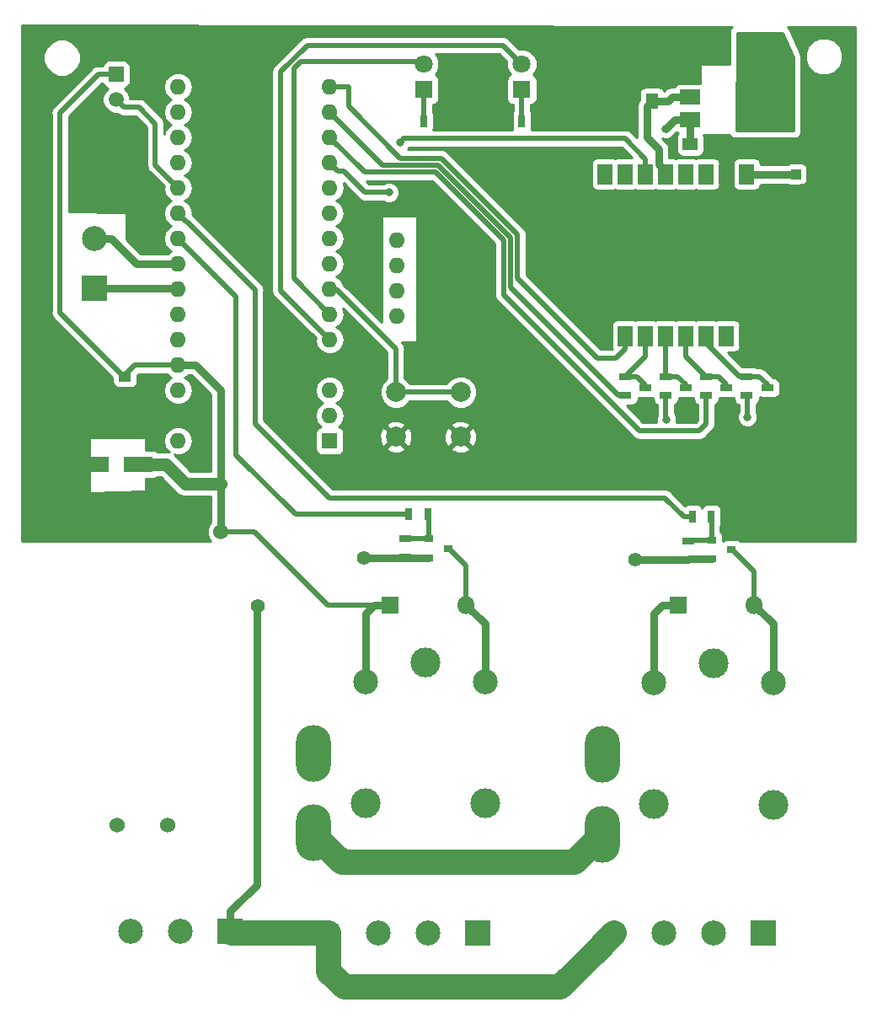
<source format=gbr>
G04 #@! TF.GenerationSoftware,KiCad,Pcbnew,5.0.2-bee76a0~70~ubuntu16.04.1*
G04 #@! TF.CreationDate,2019-03-16T11:45:13-06:00*
G04 #@! TF.ProjectId,LORA_Relay_AC,4c4f5241-5f52-4656-9c61-795f41432e6b,rev?*
G04 #@! TF.SameCoordinates,Original*
G04 #@! TF.FileFunction,Copper,L1,Top*
G04 #@! TF.FilePolarity,Positive*
%FSLAX46Y46*%
G04 Gerber Fmt 4.6, Leading zero omitted, Abs format (unit mm)*
G04 Created by KiCad (PCBNEW 5.0.2-bee76a0~70~ubuntu16.04.1) date Sat 16 Mar 2019 11:45:13 AM MDT*
%MOMM*%
%LPD*%
G01*
G04 APERTURE LIST*
G04 #@! TA.AperFunction,ComponentPad*
%ADD10C,2.500000*%
G04 #@! TD*
G04 #@! TA.AperFunction,ComponentPad*
%ADD11R,2.500000X2.500000*%
G04 #@! TD*
G04 #@! TA.AperFunction,ComponentPad*
%ADD12C,3.000000*%
G04 #@! TD*
G04 #@! TA.AperFunction,SMDPad,CuDef*
%ADD13R,1.500000X1.250000*%
G04 #@! TD*
G04 #@! TA.AperFunction,SMDPad,CuDef*
%ADD14R,1.250000X1.500000*%
G04 #@! TD*
G04 #@! TA.AperFunction,SMDPad,CuDef*
%ADD15R,1.250000X1.000000*%
G04 #@! TD*
G04 #@! TA.AperFunction,ComponentPad*
%ADD16C,1.800000*%
G04 #@! TD*
G04 #@! TA.AperFunction,ComponentPad*
%ADD17R,1.800000X1.800000*%
G04 #@! TD*
G04 #@! TA.AperFunction,ComponentPad*
%ADD18O,1.800000X1.800000*%
G04 #@! TD*
G04 #@! TA.AperFunction,ComponentPad*
%ADD19O,3.556000X5.715000*%
G04 #@! TD*
G04 #@! TA.AperFunction,SMDPad,CuDef*
%ADD20R,0.700000X1.300000*%
G04 #@! TD*
G04 #@! TA.AperFunction,SMDPad,CuDef*
%ADD21R,1.300000X0.700000*%
G04 #@! TD*
G04 #@! TA.AperFunction,ComponentPad*
%ADD22C,2.000000*%
G04 #@! TD*
G04 #@! TA.AperFunction,ComponentPad*
%ADD23C,1.524000*%
G04 #@! TD*
G04 #@! TA.AperFunction,ComponentPad*
%ADD24R,1.600000X1.600000*%
G04 #@! TD*
G04 #@! TA.AperFunction,ComponentPad*
%ADD25O,1.600000X1.600000*%
G04 #@! TD*
G04 #@! TA.AperFunction,SMDPad,CuDef*
%ADD26R,1.524000X2.000000*%
G04 #@! TD*
G04 #@! TA.AperFunction,SMDPad,CuDef*
%ADD27R,0.900000X0.800000*%
G04 #@! TD*
G04 #@! TA.AperFunction,ComponentPad*
%ADD28C,1.520000*%
G04 #@! TD*
G04 #@! TA.AperFunction,ComponentPad*
%ADD29R,1.520000X1.520000*%
G04 #@! TD*
G04 #@! TA.AperFunction,SMDPad,CuDef*
%ADD30R,2.000000X3.800000*%
G04 #@! TD*
G04 #@! TA.AperFunction,SMDPad,CuDef*
%ADD31R,2.000000X1.500000*%
G04 #@! TD*
G04 #@! TA.AperFunction,SMDPad,CuDef*
%ADD32R,3.000000X1.600000*%
G04 #@! TD*
G04 #@! TA.AperFunction,SMDPad,CuDef*
%ADD33R,1.000000X1.000000*%
G04 #@! TD*
G04 #@! TA.AperFunction,SMDPad,CuDef*
%ADD34R,2.200000X1.050000*%
G04 #@! TD*
G04 #@! TA.AperFunction,ViaPad*
%ADD35C,1.397000*%
G04 #@! TD*
G04 #@! TA.AperFunction,ViaPad*
%ADD36C,0.800000*%
G04 #@! TD*
G04 #@! TA.AperFunction,Conductor*
%ADD37C,0.762000*%
G04 #@! TD*
G04 #@! TA.AperFunction,Conductor*
%ADD38C,0.508000*%
G04 #@! TD*
G04 #@! TA.AperFunction,Conductor*
%ADD39C,1.270000*%
G04 #@! TD*
G04 #@! TA.AperFunction,Conductor*
%ADD40C,2.540000*%
G04 #@! TD*
G04 #@! TA.AperFunction,Conductor*
%ADD41C,0.254000*%
G04 #@! TD*
G04 APERTURE END LIST*
D10*
G04 #@! TO.P,N    AC    GND,3*
G04 #@! TO.N,VAC*
X98806000Y-149479000D03*
D11*
G04 #@! TO.P,N    AC    GND,1*
G04 #@! TO.N,Earth*
X103806000Y-149479000D03*
D10*
G04 #@! TO.P,N    AC    GND,2*
G04 #@! TO.N,NEUT*
X93806000Y-149479000D03*
G04 #@! TD*
G04 #@! TO.P,K1,A1*
G04 #@! TO.N,+5V*
X117394000Y-124378000D03*
D12*
G04 #@! TO.P,K1,14*
G04 #@! TO.N,Net-(J2-Pad2)*
X117394000Y-136578000D03*
G04 #@! TO.P,K1,12*
G04 #@! TO.N,Net-(J2-Pad1)*
X129444000Y-136628000D03*
D10*
G04 #@! TO.P,K1,A2*
G04 #@! TO.N,Net-(D3-Pad2)*
X129394000Y-124378000D03*
D12*
G04 #@! TO.P,K1,11*
G04 #@! TO.N,Net-(F1-Pad1)*
X123444000Y-122428000D03*
G04 #@! TD*
G04 #@! TO.P,K2,11*
G04 #@! TO.N,Net-(F2-Pad1)*
X152400000Y-122555000D03*
D10*
G04 #@! TO.P,K2,A2*
G04 #@! TO.N,Net-(D4-Pad2)*
X158350000Y-124505000D03*
D12*
G04 #@! TO.P,K2,12*
G04 #@! TO.N,Net-(J5-Pad1)*
X158400000Y-136755000D03*
G04 #@! TO.P,K2,14*
G04 #@! TO.N,Net-(J5-Pad2)*
X146350000Y-136705000D03*
D10*
G04 #@! TO.P,K2,A1*
G04 #@! TO.N,+5V*
X146350000Y-124505000D03*
G04 #@! TD*
D13*
G04 #@! TO.P,C1,2*
G04 #@! TO.N,GNDD*
X152527001Y-70358000D03*
G04 #@! TO.P,C1,1*
G04 #@! TO.N,+5V*
X150027001Y-70358000D03*
G04 #@! TD*
D14*
G04 #@! TO.P,C2,2*
G04 #@! TO.N,GNDD*
X146177000Y-63540001D03*
G04 #@! TO.P,C2,1*
G04 #@! TO.N,+3V3*
X146177000Y-66040001D03*
G04 #@! TD*
D15*
G04 #@! TO.P,C3,1*
G04 #@! TO.N,+5V*
X93218000Y-93726000D03*
G04 #@! TO.P,C3,2*
G04 #@! TO.N,GNDD*
X93218000Y-95726000D03*
G04 #@! TD*
D16*
G04 #@! TO.P,D1,2*
G04 #@! TO.N,Net-(D1-Pad2)*
X123253500Y-62357000D03*
D17*
G04 #@! TO.P,D1,1*
G04 #@! TO.N,Net-(D1-Pad1)*
X123253500Y-64897000D03*
G04 #@! TD*
G04 #@! TO.P,D2,1*
G04 #@! TO.N,Net-(D2-Pad1)*
X133096000Y-64897000D03*
D16*
G04 #@! TO.P,D2,2*
G04 #@! TO.N,Net-(D2-Pad2)*
X133096000Y-62357000D03*
G04 #@! TD*
D17*
G04 #@! TO.P,D3,1*
G04 #@! TO.N,+5V*
X119888000Y-116713000D03*
D18*
G04 #@! TO.P,D3,2*
G04 #@! TO.N,Net-(D3-Pad2)*
X127508000Y-116713000D03*
G04 #@! TD*
G04 #@! TO.P,D4,2*
G04 #@! TO.N,Net-(D4-Pad2)*
X156464000Y-116713000D03*
D17*
G04 #@! TO.P,D4,1*
G04 #@! TO.N,+5V*
X148844000Y-116713000D03*
G04 #@! TD*
D19*
G04 #@! TO.P,F1,2*
G04 #@! TO.N,VAC*
X112141000Y-139573000D03*
G04 #@! TO.P,F1,1*
G04 #@! TO.N,Net-(F1-Pad1)*
X112141000Y-131573000D03*
G04 #@! TD*
G04 #@! TO.P,F2,1*
G04 #@! TO.N,Net-(F2-Pad1)*
X141224000Y-131700000D03*
G04 #@! TO.P,F2,2*
G04 #@! TO.N,VAC*
X141224000Y-139700000D03*
G04 #@! TD*
D20*
G04 #@! TO.P,R1,2*
G04 #@! TO.N,GNDD*
X134996000Y-68072000D03*
G04 #@! TO.P,R1,1*
G04 #@! TO.N,Net-(D2-Pad1)*
X133096000Y-68072000D03*
G04 #@! TD*
G04 #@! TO.P,R2,1*
G04 #@! TO.N,Net-(D1-Pad1)*
X123253499Y-68072000D03*
G04 #@! TO.P,R2,2*
G04 #@! TO.N,GNDD*
X125153499Y-68072000D03*
G04 #@! TD*
G04 #@! TO.P,R4,2*
G04 #@! TO.N,/relay1*
X121732000Y-107569000D03*
G04 #@! TO.P,R4,1*
G04 #@! TO.N,Net-(Q2-Pad1)*
X123632000Y-107569000D03*
G04 #@! TD*
D21*
G04 #@! TO.P,R5,2*
G04 #@! TO.N,Net-(Q2-Pad1)*
X121412000Y-109987001D03*
G04 #@! TO.P,R5,1*
G04 #@! TO.N,Earth*
X121412000Y-111887001D03*
G04 #@! TD*
G04 #@! TO.P,R7,1*
G04 #@! TO.N,Net-(R7-Pad1)*
X151638000Y-93726000D03*
G04 #@! TO.P,R7,2*
G04 #@! TO.N,/lora_cs*
X151638000Y-95626000D03*
G04 #@! TD*
G04 #@! TO.P,R8,2*
G04 #@! TO.N,GNDD*
X153670000Y-96771500D03*
G04 #@! TO.P,R8,1*
G04 #@! TO.N,Net-(R7-Pad1)*
X153670000Y-94871500D03*
G04 #@! TD*
G04 #@! TO.P,R9,1*
G04 #@! TO.N,Net-(R10-Pad1)*
X155702000Y-93726000D03*
G04 #@! TO.P,R9,2*
G04 #@! TO.N,/lora_rst*
X155702000Y-95626000D03*
G04 #@! TD*
G04 #@! TO.P,R10,2*
G04 #@! TO.N,GNDD*
X157797500Y-96769000D03*
G04 #@! TO.P,R10,1*
G04 #@! TO.N,Net-(R10-Pad1)*
X157797500Y-94869000D03*
G04 #@! TD*
G04 #@! TO.P,R11,2*
G04 #@! TO.N,sck*
X147574000Y-95626000D03*
G04 #@! TO.P,R11,1*
G04 #@! TO.N,Net-(R11-Pad1)*
X147574000Y-93726000D03*
G04 #@! TD*
G04 #@! TO.P,R12,1*
G04 #@! TO.N,Net-(R11-Pad1)*
X149542500Y-94871500D03*
G04 #@! TO.P,R12,2*
G04 #@! TO.N,GNDD*
X149542500Y-96771500D03*
G04 #@! TD*
G04 #@! TO.P,R13,2*
G04 #@! TO.N,mosi*
X143510000Y-95631001D03*
G04 #@! TO.P,R13,1*
G04 #@! TO.N,Net-(R13-Pad1)*
X143510000Y-93731001D03*
G04 #@! TD*
G04 #@! TO.P,R14,1*
G04 #@! TO.N,Net-(R13-Pad1)*
X145542000Y-94871500D03*
G04 #@! TO.P,R14,2*
G04 #@! TO.N,GNDD*
X145542000Y-96771500D03*
G04 #@! TD*
D20*
G04 #@! TO.P,R15,1*
G04 #@! TO.N,Net-(Q3-Pad1)*
X152146001Y-107823000D03*
G04 #@! TO.P,R15,2*
G04 #@! TO.N,/relay2*
X150246001Y-107823000D03*
G04 #@! TD*
D21*
G04 #@! TO.P,R16,1*
G04 #@! TO.N,Earth*
X149860000Y-112136000D03*
G04 #@! TO.P,R16,2*
G04 #@! TO.N,Net-(Q3-Pad1)*
X149860000Y-110236000D03*
G04 #@! TD*
D22*
G04 #@! TO.P,SW1,2*
G04 #@! TO.N,Net-(SW1-Pad2)*
X126936500Y-95313501D03*
G04 #@! TO.P,SW1,1*
G04 #@! TO.N,GNDD*
X126936500Y-99813501D03*
G04 #@! TO.P,SW1,2*
G04 #@! TO.N,Net-(SW1-Pad2)*
X120436500Y-95313501D03*
G04 #@! TO.P,SW1,1*
G04 #@! TO.N,GNDD*
X120436500Y-99813501D03*
G04 #@! TD*
D23*
G04 #@! TO.P,HLK-PM01,2*
G04 #@! TO.N,VAC*
X97536000Y-138811000D03*
G04 #@! TO.P,HLK-PM01,1*
G04 #@! TO.N,NEUT*
X92456000Y-138811000D03*
G04 #@! TO.P,HLK-PM01,4*
G04 #@! TO.N,+5V*
X102870000Y-109347000D03*
G04 #@! TO.P,HLK-PM01,3*
G04 #@! TO.N,GNDD*
X87122000Y-109347000D03*
G04 #@! TD*
D24*
G04 #@! TO.P,ATMEGA328p_nano,tx*
G04 #@! TO.N,Net-(U3-Padtx)*
X113792000Y-100203000D03*
D25*
G04 #@! TO.P,ATMEGA328p_nano,3v3*
G04 #@! TO.N,Net-(U3-Pad3v3)*
X98552000Y-67183000D03*
G04 #@! TO.P,ATMEGA328p_nano,rx*
G04 #@! TO.N,Net-(U3-Padrx)*
X113792000Y-97663000D03*
G04 #@! TO.P,ATMEGA328p_nano,15*
G04 #@! TO.N,Net-(U3-Pad15)*
X98552000Y-69723000D03*
G04 #@! TO.P,ATMEGA328p_nano,rst*
G04 #@! TO.N,Net-(U3-Padrst)*
X113792000Y-95123000D03*
G04 #@! TO.P,ATMEGA328p_nano,ADC0*
G04 #@! TO.N,/lora_rst*
X98552000Y-72263000D03*
G04 #@! TO.P,ATMEGA328p_nano,gnd*
G04 #@! TO.N,GNDD*
X113792000Y-92583000D03*
G04 #@! TO.P,ATMEGA328p_nano,ADC1*
G04 #@! TO.N,Net-(J7-Pad2)*
X98552000Y-74803000D03*
G04 #@! TO.P,ATMEGA328p_nano,2*
G04 #@! TO.N,Net-(D2-Pad2)*
X113792000Y-90043000D03*
G04 #@! TO.P,ATMEGA328p_nano,ADC2*
G04 #@! TO.N,/relay2*
X98552000Y-77343000D03*
G04 #@! TO.P,ATMEGA328p_nano,3*
G04 #@! TO.N,Net-(D1-Pad2)*
X113792000Y-87503000D03*
G04 #@! TO.P,ATMEGA328p_nano,ADC3*
G04 #@! TO.N,/relay1*
X98552000Y-79883000D03*
G04 #@! TO.P,ATMEGA328p_nano,4*
G04 #@! TO.N,Net-(SW1-Pad2)*
X113792000Y-84963000D03*
G04 #@! TO.P,ATMEGA328p_nano,ADC4*
G04 #@! TO.N,Net-(J8-Pad2)*
X98552000Y-82423000D03*
G04 #@! TO.P,ATMEGA328p_nano,5*
G04 #@! TO.N,Net-(SW2-Pad8)*
X113792000Y-82423000D03*
G04 #@! TO.P,ATMEGA328p_nano,ADC5*
G04 #@! TO.N,Net-(J8-Pad1)*
X98552000Y-84963000D03*
G04 #@! TO.P,ATMEGA328p_nano,6*
G04 #@! TO.N,Net-(SW2-Pad7)*
X113792000Y-79883000D03*
G04 #@! TO.P,ATMEGA328p_nano,ADC6*
G04 #@! TO.N,Net-(U3-PadADC6)*
X98552000Y-87503000D03*
G04 #@! TO.P,ATMEGA328p_nano,7*
G04 #@! TO.N,Net-(SW2-Pad6)*
X113792000Y-77343000D03*
G04 #@! TO.P,ATMEGA328p_nano,ADC7*
G04 #@! TO.N,Net-(U3-PadADC7)*
X98552000Y-90043000D03*
G04 #@! TO.P,ATMEGA328p_nano,8*
G04 #@! TO.N,Net-(SW2-Pad5)*
X113792000Y-74803000D03*
G04 #@! TO.P,ATMEGA328p_nano,+5V*
G04 #@! TO.N,+5V*
X98552000Y-92583000D03*
G04 #@! TO.P,ATMEGA328p_nano,9*
G04 #@! TO.N,/irq*
X113792000Y-72263000D03*
G04 #@! TO.P,ATMEGA328p_nano,rst*
G04 #@! TO.N,Net-(U3-Padrst)*
X98552000Y-95123000D03*
G04 #@! TO.P,ATMEGA328p_nano,10*
G04 #@! TO.N,/lora_cs*
X113792000Y-69723000D03*
G04 #@! TO.P,ATMEGA328p_nano,gnd*
G04 #@! TO.N,GNDD*
X98552000Y-97663000D03*
G04 #@! TO.P,ATMEGA328p_nano,11*
G04 #@! TO.N,mosi*
X113792000Y-67183000D03*
G04 #@! TO.P,ATMEGA328p_nano,Vin*
G04 #@! TO.N,Net-(U3-PadVin)*
X98552000Y-100203000D03*
G04 #@! TO.P,ATMEGA328p_nano,12*
G04 #@! TO.N,miso*
X113792000Y-64643000D03*
G04 #@! TO.P,ATMEGA328p_nano,13*
G04 #@! TO.N,sck*
X98552000Y-64643000D03*
G04 #@! TD*
D26*
G04 #@! TO.P,LORA_EE1,16*
G04 #@! TO.N,GNDD*
X155702000Y-89662000D03*
G04 #@! TO.P,LORA_EE1,15*
G04 #@! TO.N,Net-(U4-Pad15)*
X153670000Y-89662000D03*
G04 #@! TO.P,LORA_EE1,14*
G04 #@! TO.N,Net-(R10-Pad1)*
X151638000Y-89662000D03*
G04 #@! TO.P,LORA_EE1,13*
G04 #@! TO.N,Net-(R7-Pad1)*
X149606000Y-89662000D03*
G04 #@! TO.P,LORA_EE1,12*
G04 #@! TO.N,Net-(R11-Pad1)*
X147574000Y-89662000D03*
G04 #@! TO.P,LORA_EE1,11*
G04 #@! TO.N,Net-(R13-Pad1)*
X145542000Y-89662000D03*
G04 #@! TO.P,LORA_EE1,10*
G04 #@! TO.N,miso*
X143510000Y-89662000D03*
G04 #@! TO.P,LORA_EE1,9*
G04 #@! TO.N,GNDD*
X141478000Y-89662000D03*
G04 #@! TO.P,LORA_EE1,8*
G04 #@! TO.N,Net-(U4-Pad8)*
X141478000Y-73406000D03*
G04 #@! TO.P,LORA_EE1,7*
G04 #@! TO.N,Net-(U4-Pad7)*
X143510000Y-73406000D03*
G04 #@! TO.P,LORA_EE1,6*
G04 #@! TO.N,/irq*
X145542000Y-73406000D03*
G04 #@! TO.P,LORA_EE1,5*
G04 #@! TO.N,+3V3*
X147574000Y-73406000D03*
G04 #@! TO.P,LORA_EE1,4*
G04 #@! TO.N,Net-(U4-Pad4)*
X149606000Y-73406000D03*
G04 #@! TO.P,LORA_EE1,3*
G04 #@! TO.N,Net-(U4-Pad3)*
X151638000Y-73406000D03*
G04 #@! TO.P,LORA_EE1,2*
G04 #@! TO.N,GNDD*
X153670000Y-73406000D03*
G04 #@! TO.P,LORA_EE1,1*
G04 #@! TO.N,Net-(J3-Pad1)*
X155702000Y-73406000D03*
G04 #@! TD*
D10*
G04 #@! TO.P,Gnd  Neut   NO  NC,4*
G04 #@! TO.N,Earth*
X113698000Y-149606000D03*
G04 #@! TO.P,Gnd  Neut   NO  NC,3*
G04 #@! TO.N,NEUT*
X118698000Y-149606000D03*
D11*
G04 #@! TO.P,Gnd  Neut   NO  NC,1*
G04 #@! TO.N,Net-(J2-Pad1)*
X128698000Y-149606000D03*
D10*
G04 #@! TO.P,Gnd  Neut   NO  NC,2*
G04 #@! TO.N,Net-(J2-Pad2)*
X123698000Y-149606000D03*
G04 #@! TD*
G04 #@! TO.P,Gnd  Neut  NO  NC,2*
G04 #@! TO.N,Net-(J5-Pad2)*
X152400000Y-149606000D03*
D11*
G04 #@! TO.P,Gnd  Neut  NO  NC,1*
G04 #@! TO.N,Net-(J5-Pad1)*
X157400000Y-149606000D03*
D10*
G04 #@! TO.P,Gnd  Neut  NO  NC,3*
G04 #@! TO.N,NEUT*
X147400000Y-149606000D03*
G04 #@! TO.P,Gnd  Neut  NO  NC,4*
G04 #@! TO.N,Earth*
X142400000Y-149606000D03*
G04 #@! TD*
D27*
G04 #@! TO.P,Q2,3*
G04 #@! TO.N,Net-(D3-Pad2)*
X125714000Y-110998000D03*
G04 #@! TO.P,Q2,2*
G04 #@! TO.N,Earth*
X123714000Y-111948000D03*
G04 #@! TO.P,Q2,1*
G04 #@! TO.N,Net-(Q2-Pad1)*
X123714000Y-110048000D03*
G04 #@! TD*
G04 #@! TO.P,Q3,1*
G04 #@! TO.N,Net-(Q3-Pad1)*
X152178000Y-110175000D03*
G04 #@! TO.P,Q3,2*
G04 #@! TO.N,Earth*
X152178000Y-112075000D03*
G04 #@! TO.P,Q3,3*
G04 #@! TO.N,Net-(D4-Pad2)*
X154178000Y-111125000D03*
G04 #@! TD*
D28*
G04 #@! TO.P,tmp36,2*
G04 #@! TO.N,Net-(J7-Pad2)*
X92329000Y-65913000D03*
G04 #@! TO.P,tmp36,3*
G04 #@! TO.N,GNDD*
X92329000Y-68453000D03*
D29*
G04 #@! TO.P,tmp36,1*
G04 #@! TO.N,+5V*
X92329000Y-63373000D03*
G04 #@! TD*
D30*
G04 #@! TO.P,U2,2*
G04 #@! TO.N,+3V3*
X156286999Y-65659000D03*
D31*
X149986999Y-65659000D03*
G04 #@! TO.P,U2,3*
G04 #@! TO.N,+5V*
X149986999Y-67959000D03*
G04 #@! TO.P,U2,1*
G04 #@! TO.N,GNDD*
X149986999Y-63359000D03*
G04 #@! TD*
D32*
G04 #@! TO.P,C4,2*
G04 #@! TO.N,GNDD*
X90151500Y-102552500D03*
G04 #@! TO.P,C4,1*
G04 #@! TO.N,+5V*
X94551500Y-102552500D03*
G04 #@! TD*
D33*
G04 #@! TO.P,ipx,1*
G04 #@! TO.N,Net-(J3-Pad1)*
X160655000Y-73406000D03*
G04 #@! TO.P,ipx,2*
G04 #@! TO.N,GNDD*
X163655000Y-73406000D03*
D34*
X162155000Y-74881000D03*
X162155000Y-71931000D03*
G04 #@! TD*
D10*
G04 #@! TO.P,external [esw1\002C esw2\002C gnd],2*
G04 #@! TO.N,Net-(J8-Pad2)*
X90170000Y-79836000D03*
D11*
G04 #@! TO.P,external [esw1\002C esw2\002C gnd],1*
G04 #@! TO.N,Net-(J8-Pad1)*
X90170000Y-84836000D03*
D10*
G04 #@! TO.P,external [esw1\002C esw2\002C gnd],3*
G04 #@! TO.N,GNDD*
X90170000Y-74836000D03*
G04 #@! TD*
D24*
G04 #@! TO.P,SW2,1*
G04 #@! TO.N,GNDD*
X128143000Y-87693500D03*
D25*
G04 #@! TO.P,SW2,5*
G04 #@! TO.N,Net-(SW2-Pad5)*
X120523000Y-80073500D03*
G04 #@! TO.P,SW2,2*
G04 #@! TO.N,GNDD*
X128143000Y-85153500D03*
G04 #@! TO.P,SW2,6*
G04 #@! TO.N,Net-(SW2-Pad6)*
X120523000Y-82613500D03*
G04 #@! TO.P,SW2,3*
G04 #@! TO.N,GNDD*
X128143000Y-82613500D03*
G04 #@! TO.P,SW2,7*
G04 #@! TO.N,Net-(SW2-Pad7)*
X120523000Y-85153500D03*
G04 #@! TO.P,SW2,4*
G04 #@! TO.N,GNDD*
X128143000Y-80073500D03*
G04 #@! TO.P,SW2,8*
G04 #@! TO.N,Net-(SW2-Pad8)*
X120523000Y-87693500D03*
G04 #@! TD*
D35*
G04 #@! TO.N,GNDD*
X87058500Y-91948000D03*
D36*
X149606000Y-97663000D03*
X145542000Y-97663000D03*
X155702000Y-70612000D03*
X158496000Y-70612000D03*
X161290000Y-70612000D03*
X158496000Y-76708000D03*
X155702000Y-76708000D03*
X161290000Y-76708000D03*
X163576000Y-76708000D03*
X163576000Y-70612000D03*
X164846000Y-73406000D03*
X126619000Y-68072000D03*
X126619000Y-62230000D03*
G04 #@! TO.N,+5V*
X147574000Y-68834000D03*
D35*
G04 #@! TO.N,Earth*
X106553000Y-116776500D03*
X117221000Y-111950500D03*
X144526000Y-112141000D03*
D36*
G04 #@! TO.N,/lora_rst*
X155765500Y-97790000D03*
G04 #@! TO.N,sck*
X147637500Y-98044000D03*
G04 #@! TO.N,/irq*
X119761000Y-75247500D03*
X120840500Y-70231000D03*
G04 #@! TD*
D37*
G04 #@! TO.N,GNDD*
X153924000Y-71754999D02*
X153924000Y-73406000D01*
X152527001Y-70358000D02*
X153924000Y-71754999D01*
X149805998Y-63540001D02*
X149986999Y-63359000D01*
X146177000Y-63540001D02*
X149805998Y-63540001D01*
X91821000Y-97663000D02*
X98552000Y-97663000D01*
X87122000Y-109347000D02*
X87122000Y-103632000D01*
D38*
X93093000Y-95726000D02*
X93218000Y-95726000D01*
X91821000Y-97663000D02*
X91821000Y-96998000D01*
X91821000Y-96998000D02*
X93093000Y-95726000D01*
D37*
X88836500Y-97663000D02*
X91821000Y-97663000D01*
X87122000Y-99377500D02*
X88836500Y-97663000D01*
D39*
X87185500Y-102552500D02*
X87122000Y-102489000D01*
X90151500Y-102552500D02*
X87185500Y-102552500D01*
D37*
X87122000Y-103632000D02*
X87122000Y-102489000D01*
X87122000Y-102489000D02*
X87122000Y-99377500D01*
X87122000Y-99377500D02*
X87122000Y-92011500D01*
X87122000Y-92011500D02*
X87058500Y-91948000D01*
G04 #@! TO.N,+5V*
X100330000Y-92583000D02*
X98552000Y-92583000D01*
X102870000Y-95123000D02*
X100330000Y-92583000D01*
X150027001Y-67999002D02*
X149986999Y-67959000D01*
X150027001Y-70358000D02*
X150027001Y-67999002D01*
X118226000Y-116713000D02*
X119888000Y-116713000D01*
X117394000Y-117545000D02*
X118226000Y-116713000D01*
X117394000Y-124378000D02*
X117394000Y-117545000D01*
X147182000Y-116713000D02*
X148844000Y-116713000D01*
X146350000Y-117545000D02*
X147182000Y-116713000D01*
X146350000Y-124505000D02*
X146350000Y-117545000D01*
D38*
X93218000Y-93599000D02*
X93218000Y-93726000D01*
X98552000Y-92583000D02*
X94234000Y-92583000D01*
X94234000Y-92583000D02*
X93218000Y-93599000D01*
D37*
X102870000Y-103632000D02*
X102870000Y-95123000D01*
D38*
X102870000Y-109347000D02*
X106235500Y-109347000D01*
X113601500Y-116713000D02*
X119888000Y-116713000D01*
X106235500Y-109347000D02*
X113601500Y-116713000D01*
D37*
X149986999Y-67959000D02*
X148449000Y-67959000D01*
X148449000Y-67959000D02*
X147574000Y-68834000D01*
D39*
X97321500Y-102552500D02*
X99290000Y-104521000D01*
X94551500Y-102552500D02*
X97321500Y-102552500D01*
D37*
X102870000Y-109347000D02*
X102870000Y-104521000D01*
D39*
X99290000Y-104521000D02*
X102870000Y-104521000D01*
D37*
X102870000Y-104521000D02*
X102870000Y-103632000D01*
D38*
X90551000Y-63373000D02*
X92329000Y-63373000D01*
X93218000Y-93726000D02*
X93093000Y-93726000D01*
X86677500Y-67246500D02*
X90551000Y-63373000D01*
X93093000Y-93726000D02*
X86677500Y-87310500D01*
X86677500Y-87310500D02*
X86677500Y-67246500D01*
D37*
G04 #@! TO.N,+3V3*
X148224999Y-65659000D02*
X149986999Y-65659000D01*
X147828000Y-66055999D02*
X148224999Y-65659000D01*
X147812002Y-66040001D02*
X147828000Y-66055999D01*
X146177000Y-66040001D02*
X147812002Y-66040001D01*
X146161002Y-66055999D02*
X147828000Y-66055999D01*
X145669000Y-66548001D02*
X146161002Y-66055999D01*
X147828000Y-73406000D02*
X146885001Y-72463001D01*
X146885001Y-72463001D02*
X146885001Y-70939001D01*
X146885001Y-70939001D02*
X145669000Y-69723000D01*
X145669000Y-69723000D02*
X145669000Y-66548001D01*
D40*
G04 #@! TO.N,Earth*
X113698000Y-153512500D02*
X113698000Y-149606000D01*
X115252500Y-155067000D02*
X113698000Y-153512500D01*
X141150001Y-150886499D02*
X136969500Y-155067000D01*
X142400000Y-149606000D02*
X141150001Y-150855999D01*
X136969500Y-155067000D02*
X115252500Y-155067000D01*
X141150001Y-150855999D02*
X141150001Y-150886499D01*
X103933000Y-149606000D02*
X103806000Y-149479000D01*
X113698000Y-149606000D02*
X103933000Y-149606000D01*
D37*
X121472999Y-111948000D02*
X121412000Y-111887001D01*
X123714000Y-111948000D02*
X121472999Y-111948000D01*
X149921000Y-112075000D02*
X149860000Y-112136000D01*
X152178000Y-112075000D02*
X149921000Y-112075000D01*
X103806000Y-147467000D02*
X106489500Y-144783500D01*
X103806000Y-149479000D02*
X103806000Y-147467000D01*
X106489500Y-144783500D02*
X106489500Y-116840000D01*
X106489500Y-116840000D02*
X106553000Y-116776500D01*
X121348501Y-111950500D02*
X121412000Y-111887001D01*
X117221000Y-111950500D02*
X121348501Y-111950500D01*
X149860000Y-112136000D02*
X144531000Y-112136000D01*
X144531000Y-112136000D02*
X144526000Y-112141000D01*
D38*
G04 #@! TO.N,Net-(D1-Pad2)*
X110172500Y-83883500D02*
X113792000Y-87503000D01*
X123253500Y-62357000D02*
X122999500Y-62103000D01*
X122999500Y-62103000D02*
X110871000Y-62103000D01*
X110871000Y-62103000D02*
X110172500Y-62801500D01*
X110172500Y-62801500D02*
X110172500Y-83883500D01*
G04 #@! TO.N,Net-(D1-Pad1)*
X123253499Y-64897001D02*
X123253500Y-64897000D01*
X123253499Y-68072000D02*
X123253499Y-64897001D01*
G04 #@! TO.N,Net-(D2-Pad1)*
X133096000Y-68072000D02*
X133096000Y-64897000D01*
G04 #@! TO.N,Net-(D2-Pad2)*
X112992001Y-89243001D02*
X113792000Y-90043000D01*
X108839000Y-85090000D02*
X112992001Y-89243001D01*
X131191000Y-60452000D02*
X111520723Y-60452000D01*
X108839000Y-63133723D02*
X108839000Y-85090000D01*
X133096000Y-62357000D02*
X131191000Y-60452000D01*
X111520723Y-60452000D02*
X108839000Y-63133723D01*
D37*
G04 #@! TO.N,Net-(D3-Pad2)*
X129394000Y-118599000D02*
X127508000Y-116713000D01*
X129394000Y-124378000D02*
X129394000Y-118599000D01*
D38*
X125764000Y-110998000D02*
X125714000Y-110998000D01*
X127508000Y-112742000D02*
X125764000Y-110998000D01*
X127508000Y-116713000D02*
X127508000Y-112742000D01*
D37*
G04 #@! TO.N,Net-(D4-Pad2)*
X158350000Y-118599000D02*
X156464000Y-116713000D01*
X158350000Y-124505000D02*
X158350000Y-118599000D01*
D38*
X154228000Y-111125000D02*
X154178000Y-111125000D01*
X156464000Y-113361000D02*
X154228000Y-111125000D01*
X156464000Y-116713000D02*
X156464000Y-113361000D01*
D40*
G04 #@! TO.N,VAC*
X138366500Y-142557500D02*
X141224000Y-139700000D01*
X112141000Y-139573000D02*
X112141000Y-139700000D01*
X114998500Y-142557500D02*
X138366500Y-142557500D01*
X112141000Y-139700000D02*
X114998500Y-142557500D01*
D38*
G04 #@! TO.N,Net-(J7-Pad2)*
X93088999Y-66672999D02*
X94612999Y-66672999D01*
X92329000Y-65913000D02*
X93088999Y-66672999D01*
X94612999Y-66672999D02*
X96266000Y-68326000D01*
X96266000Y-72517000D02*
X98552000Y-74803000D01*
X96266000Y-68326000D02*
X96266000Y-72517000D01*
G04 #@! TO.N,/relay1*
X121732000Y-107569000D02*
X110363000Y-107569000D01*
X110363000Y-107569000D02*
X104394000Y-101600000D01*
X104394000Y-85725000D02*
X98552000Y-79883000D01*
X104394000Y-101600000D02*
X104394000Y-85725000D01*
G04 #@! TO.N,Net-(Q2-Pad1)*
X121472999Y-110048000D02*
X121412000Y-109987001D01*
X123714000Y-110048000D02*
X121472999Y-110048000D01*
X123714000Y-107585000D02*
X123698000Y-107569000D01*
X123714000Y-110048000D02*
X123714000Y-107585000D01*
G04 #@! TO.N,miso*
X115697000Y-64643000D02*
X113792000Y-64643000D01*
X115697000Y-66611500D02*
X115697000Y-64643000D01*
X120894489Y-71808989D02*
X115697000Y-66611500D01*
X125007268Y-71808989D02*
X120894489Y-71808989D01*
X142557500Y-91884500D02*
X140652500Y-91884500D01*
X132661010Y-83893010D02*
X132661010Y-79462731D01*
X143510000Y-90932000D02*
X142557500Y-91884500D01*
X132661010Y-79462731D02*
X125007268Y-71808989D01*
X140652500Y-91884500D02*
X132661010Y-83893010D01*
X143510000Y-89662000D02*
X143510000Y-90932000D01*
G04 #@! TO.N,Net-(R7-Pad1)*
X149606000Y-91694000D02*
X149606000Y-89662000D01*
X151638000Y-93726000D02*
X149606000Y-91694000D01*
X153670000Y-94488000D02*
X153670000Y-94871500D01*
X151638000Y-93726000D02*
X152908000Y-93726000D01*
X152908000Y-93726000D02*
X153670000Y-94488000D01*
G04 #@! TO.N,/lora_cs*
X117294010Y-73225010D02*
X113792000Y-69723000D01*
X124420734Y-73225010D02*
X117294010Y-73225010D01*
X151638000Y-98488500D02*
X150939500Y-99187000D01*
X151638000Y-95626000D02*
X151638000Y-98488500D01*
X150939500Y-99187000D02*
X144906722Y-99187000D01*
X144906722Y-99187000D02*
X131244990Y-85525268D01*
X131244990Y-85525268D02*
X131244990Y-80049266D01*
X131244990Y-80049266D02*
X124420734Y-73225010D01*
G04 #@! TO.N,Net-(R10-Pad1)*
X151638000Y-90360500D02*
X151638000Y-89662000D01*
X155702000Y-93726000D02*
X155003500Y-93726000D01*
X155003500Y-93726000D02*
X151638000Y-90360500D01*
X157797500Y-94551500D02*
X157797500Y-94871500D01*
X155702000Y-93726000D02*
X156972000Y-93726000D01*
X156972000Y-93726000D02*
X157797500Y-94551500D01*
G04 #@! TO.N,/lora_rst*
X155765500Y-95689500D02*
X155702000Y-95626000D01*
X155765500Y-97790000D02*
X155765500Y-95689500D01*
G04 #@! TO.N,sck*
X147574000Y-95626000D02*
X147574000Y-97980500D01*
X147574000Y-97980500D02*
X147637500Y-98044000D01*
G04 #@! TO.N,Net-(R11-Pad1)*
X147574000Y-93726000D02*
X147574000Y-89662000D01*
X149542500Y-94551500D02*
X149542500Y-94871500D01*
X147574000Y-93726000D02*
X148717000Y-93726000D01*
X148717000Y-93726000D02*
X149542500Y-94551500D01*
G04 #@! TO.N,mosi*
X114591999Y-67982999D02*
X113792000Y-67183000D01*
X124714001Y-72517000D02*
X119126000Y-72517000D01*
X143510000Y-95631001D02*
X142811501Y-95631001D01*
X142811501Y-95631001D02*
X131953000Y-84772500D01*
X131953000Y-79755999D02*
X124714001Y-72517000D01*
X131953000Y-84772500D02*
X131953000Y-79755999D01*
X119126000Y-72517000D02*
X114591999Y-67982999D01*
G04 #@! TO.N,Net-(R13-Pad1)*
X145542000Y-91699001D02*
X145542000Y-89662000D01*
X143510000Y-93731001D02*
X145542000Y-91699001D01*
X145542000Y-94620001D02*
X145542000Y-94871500D01*
X143510000Y-93731001D02*
X144653000Y-93731001D01*
X144653000Y-93731001D02*
X145542000Y-94620001D01*
G04 #@! TO.N,Net-(Q3-Pad1)*
X152178000Y-107855000D02*
X152146000Y-107823000D01*
X152178000Y-110175000D02*
X152178000Y-107855000D01*
X149921000Y-110175000D02*
X149860000Y-110236000D01*
X152178000Y-110175000D02*
X149921000Y-110175000D01*
G04 #@! TO.N,/relay2*
X99351999Y-78142999D02*
X99415499Y-78142999D01*
X98552000Y-77343000D02*
X99351999Y-78142999D01*
X99415499Y-78142999D02*
X106299000Y-85026500D01*
X106299000Y-85026500D02*
X106299000Y-98488500D01*
X106299000Y-98488500D02*
X113728500Y-105918000D01*
X147483001Y-105918000D02*
X149388001Y-107823000D01*
X149388001Y-107823000D02*
X150246001Y-107823000D01*
X113728500Y-105918000D02*
X147483001Y-105918000D01*
G04 #@! TO.N,Net-(SW1-Pad2)*
X121850713Y-95313501D02*
X126936500Y-95313501D01*
X120436500Y-95313501D02*
X121850713Y-95313501D01*
X120436500Y-90972500D02*
X114427000Y-84963000D01*
X114427000Y-84963000D02*
X113792000Y-84963000D01*
X120436500Y-95313501D02*
X120436500Y-90972500D01*
G04 #@! TO.N,/irq*
X114591999Y-73062999D02*
X115163499Y-73062999D01*
X113792000Y-72263000D02*
X114591999Y-73062999D01*
X115163499Y-73062999D02*
X117348000Y-75247500D01*
X117348000Y-75247500D02*
X119761000Y-75247500D01*
X143475001Y-69831001D02*
X145542000Y-71898000D01*
X121240499Y-69831001D02*
X143475001Y-69831001D01*
X145542000Y-71898000D02*
X145542000Y-73406000D01*
X120840500Y-70231000D02*
X121240499Y-69831001D01*
D37*
G04 #@! TO.N,Net-(J3-Pad1)*
X155956000Y-73406000D02*
X160655000Y-73406000D01*
G04 #@! TO.N,Net-(J8-Pad2)*
X91821000Y-79883000D02*
X90217000Y-79883000D01*
X94361000Y-82423000D02*
X91821000Y-79883000D01*
X90217000Y-79883000D02*
X90170000Y-79836000D01*
X98552000Y-82423000D02*
X94361000Y-82423000D01*
G04 #@! TO.N,Net-(J8-Pad1)*
X98425000Y-84836000D02*
X98552000Y-84963000D01*
X90170000Y-84836000D02*
X98425000Y-84836000D01*
G04 #@! TD*
D41*
G04 #@! TO.N,+3V3*
G36*
X160401000Y-61637979D02*
X160401000Y-69071788D01*
X154655049Y-69056587D01*
X154716959Y-59212917D01*
X159302918Y-59182546D01*
X160401000Y-61637979D01*
X160401000Y-61637979D01*
G37*
X160401000Y-61637979D02*
X160401000Y-69071788D01*
X154655049Y-69056587D01*
X154716959Y-59212917D01*
X159302918Y-59182546D01*
X160401000Y-61637979D01*
G04 #@! TO.N,GNDD*
G36*
X154193760Y-58602500D02*
X154144570Y-58634922D01*
X154005626Y-58840061D01*
X153955763Y-59082756D01*
X153935170Y-62357000D01*
X151130000Y-62357000D01*
X151081399Y-62366667D01*
X151040197Y-62394197D01*
X151012667Y-62435399D01*
X151003000Y-62484000D01*
X151003000Y-64264743D01*
X150986999Y-64261560D01*
X148986999Y-64261560D01*
X148739234Y-64310843D01*
X148529190Y-64451191D01*
X148401026Y-64643000D01*
X148325062Y-64643000D01*
X148224998Y-64623096D01*
X148124934Y-64643000D01*
X147828576Y-64701949D01*
X147828575Y-64701950D01*
X147828574Y-64701950D01*
X147786032Y-64730376D01*
X147492504Y-64926505D01*
X147435819Y-65011340D01*
X147423158Y-65024001D01*
X147387973Y-65024001D01*
X147259809Y-64832192D01*
X147049765Y-64691844D01*
X146802000Y-64642561D01*
X145552000Y-64642561D01*
X145304235Y-64691844D01*
X145094191Y-64832192D01*
X144953843Y-65042236D01*
X144904560Y-65290001D01*
X144904560Y-65863317D01*
X144879823Y-65900338D01*
X144711950Y-66151578D01*
X144633096Y-66548001D01*
X144653001Y-66648069D01*
X144653000Y-69622936D01*
X144633096Y-69723000D01*
X144635296Y-69734061D01*
X144165532Y-69264297D01*
X144115934Y-69190068D01*
X143821871Y-68993582D01*
X143562557Y-68942001D01*
X143562556Y-68942001D01*
X143475001Y-68924585D01*
X143387446Y-68942001D01*
X134049680Y-68942001D01*
X134093440Y-68722000D01*
X134093440Y-67422000D01*
X134044157Y-67174235D01*
X133985000Y-67085701D01*
X133985000Y-66444440D01*
X133996000Y-66444440D01*
X134243765Y-66395157D01*
X134453809Y-66254809D01*
X134594157Y-66044765D01*
X134643440Y-65797000D01*
X134643440Y-63997000D01*
X134594157Y-63749235D01*
X134453809Y-63539191D01*
X134243765Y-63398843D01*
X134228092Y-63395725D01*
X134397310Y-63226507D01*
X134631000Y-62662330D01*
X134631000Y-62051670D01*
X134397310Y-61487493D01*
X133965507Y-61055690D01*
X133401330Y-60822000D01*
X132818236Y-60822000D01*
X131881531Y-59885296D01*
X131831933Y-59811067D01*
X131537870Y-59614581D01*
X131278556Y-59563000D01*
X131278555Y-59563000D01*
X131191000Y-59545584D01*
X131103445Y-59563000D01*
X111608277Y-59563000D01*
X111520722Y-59545584D01*
X111433167Y-59563000D01*
X111173853Y-59614581D01*
X110879790Y-59811067D01*
X110830194Y-59885293D01*
X108272296Y-62443192D01*
X108198067Y-62492790D01*
X108001581Y-62786854D01*
X108001002Y-62789767D01*
X107932584Y-63133723D01*
X107950000Y-63221278D01*
X107950001Y-85002440D01*
X107932584Y-85090000D01*
X108001582Y-85436870D01*
X108119150Y-85612823D01*
X108198068Y-85730933D01*
X108272294Y-85780529D01*
X112363044Y-89871280D01*
X112328887Y-90043000D01*
X112440260Y-90602909D01*
X112757423Y-91077577D01*
X113232091Y-91394740D01*
X113650667Y-91478000D01*
X113933333Y-91478000D01*
X114351909Y-91394740D01*
X114826577Y-91077577D01*
X115143740Y-90602909D01*
X115255113Y-90043000D01*
X115143740Y-89483091D01*
X114826577Y-89008423D01*
X114474242Y-88773000D01*
X114826577Y-88537577D01*
X115143740Y-88062909D01*
X115255113Y-87503000D01*
X115143740Y-86943091D01*
X115131425Y-86924660D01*
X119547501Y-91340737D01*
X119547500Y-93912026D01*
X119510347Y-93927415D01*
X119050414Y-94387348D01*
X118801500Y-94988279D01*
X118801500Y-95638723D01*
X119050414Y-96239654D01*
X119510347Y-96699587D01*
X120111278Y-96948501D01*
X120761722Y-96948501D01*
X121362653Y-96699587D01*
X121822586Y-96239654D01*
X121837975Y-96202501D01*
X125535025Y-96202501D01*
X125550414Y-96239654D01*
X126010347Y-96699587D01*
X126611278Y-96948501D01*
X127261722Y-96948501D01*
X127862653Y-96699587D01*
X128322586Y-96239654D01*
X128571500Y-95638723D01*
X128571500Y-94988279D01*
X128322586Y-94387348D01*
X127862653Y-93927415D01*
X127261722Y-93678501D01*
X126611278Y-93678501D01*
X126010347Y-93927415D01*
X125550414Y-94387348D01*
X125535025Y-94424501D01*
X121837975Y-94424501D01*
X121822586Y-94387348D01*
X121362653Y-93927415D01*
X121325500Y-93912026D01*
X121325500Y-91060050D01*
X121342915Y-90972499D01*
X121325500Y-90884948D01*
X121325500Y-90884944D01*
X121273919Y-90625630D01*
X121077433Y-90331567D01*
X121025700Y-90297000D01*
X122428000Y-90297000D01*
X122476601Y-90287333D01*
X122517803Y-90259803D01*
X122545333Y-90218601D01*
X122555000Y-90170000D01*
X122555000Y-77724000D01*
X122545333Y-77675399D01*
X122517803Y-77634197D01*
X122476601Y-77606667D01*
X122428000Y-77597000D01*
X119126000Y-77597000D01*
X119077399Y-77606667D01*
X119036197Y-77634197D01*
X119008667Y-77675399D01*
X118999000Y-77724000D01*
X118999000Y-88277764D01*
X115148561Y-84427326D01*
X115143740Y-84403091D01*
X114826577Y-83928423D01*
X114474242Y-83693000D01*
X114826577Y-83457577D01*
X115143740Y-82982909D01*
X115255113Y-82423000D01*
X115143740Y-81863091D01*
X114826577Y-81388423D01*
X114474242Y-81153000D01*
X114826577Y-80917577D01*
X115143740Y-80442909D01*
X115255113Y-79883000D01*
X115143740Y-79323091D01*
X114826577Y-78848423D01*
X114474242Y-78613000D01*
X114826577Y-78377577D01*
X115143740Y-77902909D01*
X115255113Y-77343000D01*
X115143740Y-76783091D01*
X114826577Y-76308423D01*
X114474242Y-76073000D01*
X114826577Y-75837577D01*
X115143740Y-75362909D01*
X115255113Y-74803000D01*
X115157989Y-74314724D01*
X116657471Y-75814207D01*
X116707067Y-75888433D01*
X117001130Y-76084919D01*
X117260444Y-76136500D01*
X117260445Y-76136500D01*
X117348000Y-76153916D01*
X117435555Y-76136500D01*
X119202650Y-76136500D01*
X119555126Y-76282500D01*
X119966874Y-76282500D01*
X120347280Y-76124931D01*
X120638431Y-75833780D01*
X120796000Y-75453374D01*
X120796000Y-75041626D01*
X120638431Y-74661220D01*
X120347280Y-74370069D01*
X119966874Y-74212500D01*
X119555126Y-74212500D01*
X119202650Y-74358500D01*
X117716236Y-74358500D01*
X117471746Y-74114010D01*
X124052499Y-74114010D01*
X130355991Y-80417503D01*
X130355990Y-85437713D01*
X130338574Y-85525268D01*
X130355990Y-85612823D01*
X130407571Y-85872137D01*
X130604057Y-86166201D01*
X130678286Y-86215799D01*
X144216193Y-99753707D01*
X144265789Y-99827933D01*
X144340015Y-99877529D01*
X144559851Y-100024419D01*
X144906722Y-100093416D01*
X144994278Y-100076000D01*
X150851945Y-100076000D01*
X150939500Y-100093416D01*
X151027055Y-100076000D01*
X151027056Y-100076000D01*
X151286370Y-100024419D01*
X151580433Y-99827933D01*
X151630031Y-99753704D01*
X152204706Y-99179030D01*
X152278933Y-99129433D01*
X152475419Y-98835370D01*
X152527000Y-98576056D01*
X152544416Y-98488501D01*
X152527000Y-98400946D01*
X152527000Y-96575900D01*
X152535765Y-96574157D01*
X152745809Y-96433809D01*
X152886157Y-96223765D01*
X152935440Y-95976000D01*
X152935440Y-95852120D01*
X153020000Y-95868940D01*
X154320000Y-95868940D01*
X154404560Y-95852120D01*
X154404560Y-95976000D01*
X154453843Y-96223765D01*
X154594191Y-96433809D01*
X154804235Y-96574157D01*
X154876501Y-96588531D01*
X154876500Y-97231649D01*
X154730500Y-97584126D01*
X154730500Y-97995874D01*
X154888069Y-98376280D01*
X155179220Y-98667431D01*
X155559626Y-98825000D01*
X155971374Y-98825000D01*
X156351780Y-98667431D01*
X156642931Y-98376280D01*
X156800500Y-97995874D01*
X156800500Y-97584126D01*
X156654500Y-97231650D01*
X156654500Y-96537584D01*
X156809809Y-96433809D01*
X156950157Y-96223765D01*
X156999440Y-95976000D01*
X156999440Y-95836989D01*
X157147500Y-95866440D01*
X158447500Y-95866440D01*
X158695265Y-95817157D01*
X158905309Y-95676809D01*
X159045657Y-95466765D01*
X159094940Y-95219000D01*
X159094940Y-94519000D01*
X159045657Y-94271235D01*
X158905309Y-94061191D01*
X158695265Y-93920843D01*
X158447500Y-93871560D01*
X158380055Y-93871560D01*
X158364207Y-93860971D01*
X157662531Y-93159296D01*
X157612933Y-93085067D01*
X157318870Y-92888581D01*
X157059556Y-92837000D01*
X157059555Y-92837000D01*
X156972000Y-92819584D01*
X156884445Y-92837000D01*
X156688299Y-92837000D01*
X156599765Y-92777843D01*
X156352000Y-92728560D01*
X155263296Y-92728560D01*
X153844175Y-91309440D01*
X154432000Y-91309440D01*
X154679765Y-91260157D01*
X154889809Y-91119809D01*
X155030157Y-90909765D01*
X155079440Y-90662000D01*
X155079440Y-88662000D01*
X155030157Y-88414235D01*
X154889809Y-88204191D01*
X154679765Y-88063843D01*
X154432000Y-88014560D01*
X152908000Y-88014560D01*
X152660235Y-88063843D01*
X152654000Y-88068009D01*
X152647765Y-88063843D01*
X152400000Y-88014560D01*
X150876000Y-88014560D01*
X150628235Y-88063843D01*
X150622000Y-88068009D01*
X150615765Y-88063843D01*
X150368000Y-88014560D01*
X148844000Y-88014560D01*
X148596235Y-88063843D01*
X148590000Y-88068009D01*
X148583765Y-88063843D01*
X148336000Y-88014560D01*
X146812000Y-88014560D01*
X146564235Y-88063843D01*
X146558000Y-88068009D01*
X146551765Y-88063843D01*
X146304000Y-88014560D01*
X144780000Y-88014560D01*
X144532235Y-88063843D01*
X144526000Y-88068009D01*
X144519765Y-88063843D01*
X144272000Y-88014560D01*
X142748000Y-88014560D01*
X142500235Y-88063843D01*
X142290191Y-88204191D01*
X142149843Y-88414235D01*
X142100560Y-88662000D01*
X142100560Y-90662000D01*
X142149843Y-90909765D01*
X142199974Y-90984791D01*
X142189265Y-90995500D01*
X141020736Y-90995500D01*
X133550010Y-83524775D01*
X133550010Y-79550286D01*
X133567426Y-79462731D01*
X133550010Y-79375175D01*
X133498429Y-79115861D01*
X133301943Y-78821798D01*
X133227717Y-78772202D01*
X125697799Y-71242285D01*
X125648201Y-71168056D01*
X125354138Y-70971570D01*
X125094824Y-70919989D01*
X125094823Y-70919989D01*
X125007268Y-70902573D01*
X124919713Y-70919989D01*
X121615222Y-70919989D01*
X121717931Y-70817280D01*
X121758225Y-70720001D01*
X143106766Y-70720001D01*
X144145324Y-71758560D01*
X142748000Y-71758560D01*
X142500235Y-71807843D01*
X142494000Y-71812009D01*
X142487765Y-71807843D01*
X142240000Y-71758560D01*
X140716000Y-71758560D01*
X140468235Y-71807843D01*
X140258191Y-71948191D01*
X140117843Y-72158235D01*
X140068560Y-72406000D01*
X140068560Y-74406000D01*
X140117843Y-74653765D01*
X140258191Y-74863809D01*
X140468235Y-75004157D01*
X140716000Y-75053440D01*
X142240000Y-75053440D01*
X142487765Y-75004157D01*
X142494000Y-74999991D01*
X142500235Y-75004157D01*
X142748000Y-75053440D01*
X144272000Y-75053440D01*
X144519765Y-75004157D01*
X144526000Y-74999991D01*
X144532235Y-75004157D01*
X144780000Y-75053440D01*
X146304000Y-75053440D01*
X146551765Y-75004157D01*
X146558000Y-74999991D01*
X146564235Y-75004157D01*
X146812000Y-75053440D01*
X148336000Y-75053440D01*
X148583765Y-75004157D01*
X148590000Y-74999991D01*
X148596235Y-75004157D01*
X148844000Y-75053440D01*
X150368000Y-75053440D01*
X150615765Y-75004157D01*
X150622000Y-74999991D01*
X150628235Y-75004157D01*
X150876000Y-75053440D01*
X152400000Y-75053440D01*
X152647765Y-75004157D01*
X152857809Y-74863809D01*
X152998157Y-74653765D01*
X153047440Y-74406000D01*
X153047440Y-72406000D01*
X154292560Y-72406000D01*
X154292560Y-74406000D01*
X154341843Y-74653765D01*
X154482191Y-74863809D01*
X154692235Y-75004157D01*
X154940000Y-75053440D01*
X156464000Y-75053440D01*
X156711765Y-75004157D01*
X156921809Y-74863809D01*
X157062157Y-74653765D01*
X157108257Y-74422000D01*
X159784279Y-74422000D01*
X159907235Y-74504157D01*
X160155000Y-74553440D01*
X161155000Y-74553440D01*
X161402765Y-74504157D01*
X161612809Y-74363809D01*
X161753157Y-74153765D01*
X161802440Y-73906000D01*
X161802440Y-72906000D01*
X161753157Y-72658235D01*
X161612809Y-72448191D01*
X161402765Y-72307843D01*
X161155000Y-72258560D01*
X160155000Y-72258560D01*
X159907235Y-72307843D01*
X159784279Y-72390000D01*
X157108257Y-72390000D01*
X157062157Y-72158235D01*
X156921809Y-71948191D01*
X156711765Y-71807843D01*
X156464000Y-71758560D01*
X154940000Y-71758560D01*
X154692235Y-71807843D01*
X154482191Y-71948191D01*
X154341843Y-72158235D01*
X154292560Y-72406000D01*
X153047440Y-72406000D01*
X152998157Y-72158235D01*
X152857809Y-71948191D01*
X152647765Y-71807843D01*
X152400000Y-71758560D01*
X150876000Y-71758560D01*
X150628235Y-71807843D01*
X150622000Y-71812009D01*
X150615765Y-71807843D01*
X150368000Y-71758560D01*
X148844000Y-71758560D01*
X148596235Y-71807843D01*
X148590000Y-71812009D01*
X148583765Y-71807843D01*
X148336000Y-71758560D01*
X147901001Y-71758560D01*
X147901001Y-71039064D01*
X147920905Y-70939000D01*
X147896693Y-70817280D01*
X147842052Y-70542578D01*
X147617496Y-70206506D01*
X147532664Y-70149823D01*
X147169615Y-69786774D01*
X147173727Y-69788477D01*
X147177577Y-69791050D01*
X147182119Y-69791953D01*
X147368126Y-69869000D01*
X147569455Y-69869000D01*
X147574000Y-69869904D01*
X147578545Y-69869000D01*
X147779874Y-69869000D01*
X147965881Y-69791953D01*
X147970423Y-69791050D01*
X147974273Y-69788477D01*
X148160280Y-69711431D01*
X148451431Y-69420280D01*
X148470431Y-69374409D01*
X148618414Y-69226427D01*
X148739234Y-69307157D01*
X148790958Y-69317445D01*
X148678844Y-69485235D01*
X148629561Y-69733000D01*
X148629561Y-70983000D01*
X148678844Y-71230765D01*
X148819192Y-71440809D01*
X149029236Y-71581157D01*
X149277001Y-71630440D01*
X150777001Y-71630440D01*
X151024766Y-71581157D01*
X151234810Y-71440809D01*
X151375158Y-71230765D01*
X151424441Y-70983000D01*
X151424441Y-69733000D01*
X151375158Y-69485235D01*
X151364310Y-69469000D01*
X153969376Y-69469000D01*
X154077051Y-69631073D01*
X154282695Y-69769269D01*
X154525570Y-69818248D01*
X160526320Y-69834123D01*
X160771004Y-69785789D01*
X160977013Y-69648138D01*
X161114664Y-69442129D01*
X161163000Y-69199125D01*
X161163000Y-61610875D01*
X161107675Y-61351642D01*
X161048827Y-61220050D01*
X161564000Y-61220050D01*
X161564000Y-61969950D01*
X161850974Y-62662767D01*
X162381233Y-63193026D01*
X163074050Y-63480000D01*
X163823950Y-63480000D01*
X164516767Y-63193026D01*
X165047026Y-62662767D01*
X165334000Y-61969950D01*
X165334000Y-61220050D01*
X165047026Y-60527233D01*
X164516767Y-59996974D01*
X163823950Y-59710000D01*
X163074050Y-59710000D01*
X162381233Y-59996974D01*
X161850974Y-60527233D01*
X161564000Y-61220050D01*
X161048827Y-61220050D01*
X159964675Y-58795767D01*
X159836505Y-58610922D01*
X166549001Y-58620941D01*
X166549000Y-110236000D01*
X155039129Y-110236000D01*
X154875765Y-110126843D01*
X154628000Y-110077560D01*
X153728000Y-110077560D01*
X153480235Y-110126843D01*
X153316872Y-110236000D01*
X153275440Y-110236000D01*
X153275440Y-109775000D01*
X153226157Y-109527235D01*
X153085809Y-109317191D01*
X153067000Y-109304623D01*
X153067000Y-108761410D01*
X153094158Y-108720765D01*
X153143441Y-108473000D01*
X153143441Y-107173000D01*
X153094158Y-106925235D01*
X152953810Y-106715191D01*
X152743766Y-106574843D01*
X152496001Y-106525560D01*
X151796001Y-106525560D01*
X151548236Y-106574843D01*
X151338192Y-106715191D01*
X151197844Y-106925235D01*
X151196001Y-106934500D01*
X151194158Y-106925235D01*
X151053810Y-106715191D01*
X150843766Y-106574843D01*
X150596001Y-106525560D01*
X149896001Y-106525560D01*
X149648236Y-106574843D01*
X149497679Y-106675443D01*
X148173532Y-105351296D01*
X148123934Y-105277067D01*
X147829871Y-105080581D01*
X147570557Y-105029000D01*
X147570556Y-105029000D01*
X147483001Y-105011584D01*
X147395446Y-105029000D01*
X114096736Y-105029000D01*
X107188000Y-98120265D01*
X107188000Y-95123000D01*
X112328887Y-95123000D01*
X112440260Y-95682909D01*
X112757423Y-96157577D01*
X113109758Y-96393000D01*
X112757423Y-96628423D01*
X112440260Y-97103091D01*
X112328887Y-97663000D01*
X112440260Y-98222909D01*
X112757423Y-98697577D01*
X112878106Y-98778215D01*
X112744235Y-98804843D01*
X112534191Y-98945191D01*
X112393843Y-99155235D01*
X112344560Y-99403000D01*
X112344560Y-101003000D01*
X112393843Y-101250765D01*
X112534191Y-101460809D01*
X112744235Y-101601157D01*
X112992000Y-101650440D01*
X114592000Y-101650440D01*
X114839765Y-101601157D01*
X115049809Y-101460809D01*
X115190157Y-101250765D01*
X115239440Y-101003000D01*
X115239440Y-100966033D01*
X119463573Y-100966033D01*
X119562236Y-101232888D01*
X120171961Y-101459409D01*
X120821960Y-101435357D01*
X121310764Y-101232888D01*
X121409427Y-100966033D01*
X125963573Y-100966033D01*
X126062236Y-101232888D01*
X126671961Y-101459409D01*
X127321960Y-101435357D01*
X127810764Y-101232888D01*
X127909427Y-100966033D01*
X126936500Y-99993106D01*
X125963573Y-100966033D01*
X121409427Y-100966033D01*
X120436500Y-99993106D01*
X119463573Y-100966033D01*
X115239440Y-100966033D01*
X115239440Y-99548962D01*
X118790592Y-99548962D01*
X118814644Y-100198961D01*
X119017113Y-100687765D01*
X119283968Y-100786428D01*
X120256895Y-99813501D01*
X120616105Y-99813501D01*
X121589032Y-100786428D01*
X121855887Y-100687765D01*
X122082408Y-100078040D01*
X122062831Y-99548962D01*
X125290592Y-99548962D01*
X125314644Y-100198961D01*
X125517113Y-100687765D01*
X125783968Y-100786428D01*
X126756895Y-99813501D01*
X127116105Y-99813501D01*
X128089032Y-100786428D01*
X128355887Y-100687765D01*
X128582408Y-100078040D01*
X128558356Y-99428041D01*
X128355887Y-98939237D01*
X128089032Y-98840574D01*
X127116105Y-99813501D01*
X126756895Y-99813501D01*
X125783968Y-98840574D01*
X125517113Y-98939237D01*
X125290592Y-99548962D01*
X122062831Y-99548962D01*
X122058356Y-99428041D01*
X121855887Y-98939237D01*
X121589032Y-98840574D01*
X120616105Y-99813501D01*
X120256895Y-99813501D01*
X119283968Y-98840574D01*
X119017113Y-98939237D01*
X118790592Y-99548962D01*
X115239440Y-99548962D01*
X115239440Y-99403000D01*
X115190157Y-99155235D01*
X115049809Y-98945191D01*
X114839765Y-98804843D01*
X114705894Y-98778215D01*
X114826577Y-98697577D01*
X114851037Y-98660969D01*
X119463573Y-98660969D01*
X120436500Y-99633896D01*
X121409427Y-98660969D01*
X125963573Y-98660969D01*
X126936500Y-99633896D01*
X127909427Y-98660969D01*
X127810764Y-98394114D01*
X127201039Y-98167593D01*
X126551040Y-98191645D01*
X126062236Y-98394114D01*
X125963573Y-98660969D01*
X121409427Y-98660969D01*
X121310764Y-98394114D01*
X120701039Y-98167593D01*
X120051040Y-98191645D01*
X119562236Y-98394114D01*
X119463573Y-98660969D01*
X114851037Y-98660969D01*
X115143740Y-98222909D01*
X115255113Y-97663000D01*
X115143740Y-97103091D01*
X114826577Y-96628423D01*
X114474242Y-96393000D01*
X114826577Y-96157577D01*
X115143740Y-95682909D01*
X115255113Y-95123000D01*
X115143740Y-94563091D01*
X114826577Y-94088423D01*
X114351909Y-93771260D01*
X113933333Y-93688000D01*
X113650667Y-93688000D01*
X113232091Y-93771260D01*
X112757423Y-94088423D01*
X112440260Y-94563091D01*
X112328887Y-95123000D01*
X107188000Y-95123000D01*
X107188000Y-85114050D01*
X107205415Y-85026499D01*
X107188000Y-84938948D01*
X107188000Y-84938944D01*
X107136419Y-84679630D01*
X106939933Y-84385567D01*
X106865707Y-84335971D01*
X100106030Y-77576295D01*
X100056432Y-77502066D01*
X99992032Y-77459035D01*
X100015113Y-77343000D01*
X99903740Y-76783091D01*
X99586577Y-76308423D01*
X99234242Y-76073000D01*
X99586577Y-75837577D01*
X99903740Y-75362909D01*
X100015113Y-74803000D01*
X99903740Y-74243091D01*
X99586577Y-73768423D01*
X99234242Y-73533000D01*
X99586577Y-73297577D01*
X99903740Y-72822909D01*
X100015113Y-72263000D01*
X99903740Y-71703091D01*
X99586577Y-71228423D01*
X99234242Y-70993000D01*
X99586577Y-70757577D01*
X99903740Y-70282909D01*
X100015113Y-69723000D01*
X99903740Y-69163091D01*
X99586577Y-68688423D01*
X99234242Y-68453000D01*
X99586577Y-68217577D01*
X99903740Y-67742909D01*
X100015113Y-67183000D01*
X99903740Y-66623091D01*
X99586577Y-66148423D01*
X99234242Y-65913000D01*
X99586577Y-65677577D01*
X99903740Y-65202909D01*
X100015113Y-64643000D01*
X99903740Y-64083091D01*
X99586577Y-63608423D01*
X99111909Y-63291260D01*
X98693333Y-63208000D01*
X98410667Y-63208000D01*
X97992091Y-63291260D01*
X97517423Y-63608423D01*
X97200260Y-64083091D01*
X97088887Y-64643000D01*
X97200260Y-65202909D01*
X97517423Y-65677577D01*
X97869758Y-65913000D01*
X97517423Y-66148423D01*
X97200260Y-66623091D01*
X97088887Y-67183000D01*
X97200260Y-67742909D01*
X97517423Y-68217577D01*
X97869758Y-68453000D01*
X97517423Y-68688423D01*
X97200260Y-69163091D01*
X97155000Y-69390628D01*
X97155000Y-68413550D01*
X97172415Y-68325999D01*
X97155000Y-68238448D01*
X97155000Y-68238444D01*
X97103419Y-67979130D01*
X96906933Y-67685067D01*
X96832707Y-67635471D01*
X95303530Y-66106295D01*
X95253932Y-66032066D01*
X94959869Y-65835580D01*
X94700555Y-65783999D01*
X94700554Y-65783999D01*
X94612999Y-65766583D01*
X94525444Y-65783999D01*
X93724000Y-65783999D01*
X93724000Y-65635517D01*
X93511624Y-65122796D01*
X93155951Y-64767123D01*
X93336765Y-64731157D01*
X93546809Y-64590809D01*
X93687157Y-64380765D01*
X93736440Y-64133000D01*
X93736440Y-62613000D01*
X93687157Y-62365235D01*
X93546809Y-62155191D01*
X93336765Y-62014843D01*
X93089000Y-61965560D01*
X91569000Y-61965560D01*
X91321235Y-62014843D01*
X91111191Y-62155191D01*
X90970843Y-62365235D01*
X90947219Y-62484000D01*
X90638550Y-62484000D01*
X90550999Y-62466585D01*
X90463448Y-62484000D01*
X90463444Y-62484000D01*
X90204130Y-62535581D01*
X89910067Y-62732067D01*
X89860471Y-62806293D01*
X86110794Y-66555971D01*
X86036568Y-66605567D01*
X85986972Y-66679793D01*
X85986971Y-66679794D01*
X85840082Y-66899630D01*
X85771084Y-67246500D01*
X85788501Y-67334060D01*
X85788500Y-87222945D01*
X85771084Y-87310500D01*
X85788500Y-87398055D01*
X85840081Y-87657369D01*
X86036567Y-87951433D01*
X86110796Y-88001031D01*
X91945560Y-93835796D01*
X91945560Y-94226000D01*
X91994843Y-94473765D01*
X92135191Y-94683809D01*
X92345235Y-94824157D01*
X92593000Y-94873440D01*
X93843000Y-94873440D01*
X94090765Y-94824157D01*
X94300809Y-94683809D01*
X94441157Y-94473765D01*
X94490440Y-94226000D01*
X94490440Y-93583796D01*
X94602236Y-93472000D01*
X97420152Y-93472000D01*
X97517423Y-93617577D01*
X97869758Y-93853000D01*
X97517423Y-94088423D01*
X97200260Y-94563091D01*
X97088887Y-95123000D01*
X97200260Y-95682909D01*
X97517423Y-96157577D01*
X97992091Y-96474740D01*
X98410667Y-96558000D01*
X98693333Y-96558000D01*
X99111909Y-96474740D01*
X99586577Y-96157577D01*
X99903740Y-95682909D01*
X100015113Y-95123000D01*
X99903740Y-94563091D01*
X99586577Y-94088423D01*
X99234242Y-93853000D01*
X99586577Y-93617577D01*
X99598990Y-93599000D01*
X99909160Y-93599000D01*
X101854001Y-95543842D01*
X101854000Y-103251000D01*
X99816051Y-103251000D01*
X98307971Y-101742921D01*
X98237118Y-101636882D01*
X98165937Y-101589320D01*
X98410667Y-101638000D01*
X98693333Y-101638000D01*
X99111909Y-101554740D01*
X99586577Y-101237577D01*
X99903740Y-100762909D01*
X100015113Y-100203000D01*
X99903740Y-99643091D01*
X99586577Y-99168423D01*
X99111909Y-98851260D01*
X98693333Y-98768000D01*
X98410667Y-98768000D01*
X97992091Y-98851260D01*
X97517423Y-99168423D01*
X97200260Y-99643091D01*
X97088887Y-100203000D01*
X97200260Y-100762909D01*
X97517423Y-101237577D01*
X97643182Y-101321607D01*
X97446580Y-101282500D01*
X97446575Y-101282500D01*
X97321500Y-101257621D01*
X97196425Y-101282500D01*
X96491064Y-101282500D01*
X96299265Y-101154343D01*
X96051500Y-101105060D01*
X95313500Y-101105060D01*
X95313500Y-99949000D01*
X95303833Y-99900399D01*
X95276303Y-99859197D01*
X95235101Y-99831667D01*
X95186500Y-99822000D01*
X89725500Y-99822000D01*
X89676899Y-99831667D01*
X89635697Y-99859197D01*
X89608167Y-99900399D01*
X89598500Y-99949000D01*
X89598500Y-105283000D01*
X89609329Y-105334316D01*
X89637810Y-105374866D01*
X89679640Y-105401431D01*
X89728453Y-105409966D01*
X95189453Y-105282966D01*
X95235101Y-105273333D01*
X95276303Y-105245803D01*
X95303833Y-105204601D01*
X95313500Y-105156000D01*
X95313500Y-103999940D01*
X96051500Y-103999940D01*
X96299265Y-103950657D01*
X96491064Y-103822500D01*
X96795450Y-103822500D01*
X98303530Y-105330581D01*
X98374382Y-105436618D01*
X98794471Y-105717313D01*
X99164920Y-105791000D01*
X99164924Y-105791000D01*
X99289999Y-105815879D01*
X99415074Y-105791000D01*
X101854001Y-105791000D01*
X101854000Y-108387343D01*
X101685680Y-108555663D01*
X101473000Y-109069119D01*
X101473000Y-109624881D01*
X101685680Y-110138337D01*
X101783343Y-110236000D01*
X82879000Y-110236000D01*
X82879000Y-61347050D01*
X84983000Y-61347050D01*
X84983000Y-62096950D01*
X85269974Y-62789767D01*
X85800233Y-63320026D01*
X86493050Y-63607000D01*
X87242950Y-63607000D01*
X87935767Y-63320026D01*
X88466026Y-62789767D01*
X88753000Y-62096950D01*
X88753000Y-61347050D01*
X88466026Y-60654233D01*
X87935767Y-60123974D01*
X87242950Y-59837000D01*
X86493050Y-59837000D01*
X85800233Y-60123974D01*
X85269974Y-60654233D01*
X84983000Y-61347050D01*
X82879000Y-61347050D01*
X82879000Y-58496060D01*
X154193760Y-58602500D01*
X154193760Y-58602500D01*
G37*
X154193760Y-58602500D02*
X154144570Y-58634922D01*
X154005626Y-58840061D01*
X153955763Y-59082756D01*
X153935170Y-62357000D01*
X151130000Y-62357000D01*
X151081399Y-62366667D01*
X151040197Y-62394197D01*
X151012667Y-62435399D01*
X151003000Y-62484000D01*
X151003000Y-64264743D01*
X150986999Y-64261560D01*
X148986999Y-64261560D01*
X148739234Y-64310843D01*
X148529190Y-64451191D01*
X148401026Y-64643000D01*
X148325062Y-64643000D01*
X148224998Y-64623096D01*
X148124934Y-64643000D01*
X147828576Y-64701949D01*
X147828575Y-64701950D01*
X147828574Y-64701950D01*
X147786032Y-64730376D01*
X147492504Y-64926505D01*
X147435819Y-65011340D01*
X147423158Y-65024001D01*
X147387973Y-65024001D01*
X147259809Y-64832192D01*
X147049765Y-64691844D01*
X146802000Y-64642561D01*
X145552000Y-64642561D01*
X145304235Y-64691844D01*
X145094191Y-64832192D01*
X144953843Y-65042236D01*
X144904560Y-65290001D01*
X144904560Y-65863317D01*
X144879823Y-65900338D01*
X144711950Y-66151578D01*
X144633096Y-66548001D01*
X144653001Y-66648069D01*
X144653000Y-69622936D01*
X144633096Y-69723000D01*
X144635296Y-69734061D01*
X144165532Y-69264297D01*
X144115934Y-69190068D01*
X143821871Y-68993582D01*
X143562557Y-68942001D01*
X143562556Y-68942001D01*
X143475001Y-68924585D01*
X143387446Y-68942001D01*
X134049680Y-68942001D01*
X134093440Y-68722000D01*
X134093440Y-67422000D01*
X134044157Y-67174235D01*
X133985000Y-67085701D01*
X133985000Y-66444440D01*
X133996000Y-66444440D01*
X134243765Y-66395157D01*
X134453809Y-66254809D01*
X134594157Y-66044765D01*
X134643440Y-65797000D01*
X134643440Y-63997000D01*
X134594157Y-63749235D01*
X134453809Y-63539191D01*
X134243765Y-63398843D01*
X134228092Y-63395725D01*
X134397310Y-63226507D01*
X134631000Y-62662330D01*
X134631000Y-62051670D01*
X134397310Y-61487493D01*
X133965507Y-61055690D01*
X133401330Y-60822000D01*
X132818236Y-60822000D01*
X131881531Y-59885296D01*
X131831933Y-59811067D01*
X131537870Y-59614581D01*
X131278556Y-59563000D01*
X131278555Y-59563000D01*
X131191000Y-59545584D01*
X131103445Y-59563000D01*
X111608277Y-59563000D01*
X111520722Y-59545584D01*
X111433167Y-59563000D01*
X111173853Y-59614581D01*
X110879790Y-59811067D01*
X110830194Y-59885293D01*
X108272296Y-62443192D01*
X108198067Y-62492790D01*
X108001581Y-62786854D01*
X108001002Y-62789767D01*
X107932584Y-63133723D01*
X107950000Y-63221278D01*
X107950001Y-85002440D01*
X107932584Y-85090000D01*
X108001582Y-85436870D01*
X108119150Y-85612823D01*
X108198068Y-85730933D01*
X108272294Y-85780529D01*
X112363044Y-89871280D01*
X112328887Y-90043000D01*
X112440260Y-90602909D01*
X112757423Y-91077577D01*
X113232091Y-91394740D01*
X113650667Y-91478000D01*
X113933333Y-91478000D01*
X114351909Y-91394740D01*
X114826577Y-91077577D01*
X115143740Y-90602909D01*
X115255113Y-90043000D01*
X115143740Y-89483091D01*
X114826577Y-89008423D01*
X114474242Y-88773000D01*
X114826577Y-88537577D01*
X115143740Y-88062909D01*
X115255113Y-87503000D01*
X115143740Y-86943091D01*
X115131425Y-86924660D01*
X119547501Y-91340737D01*
X119547500Y-93912026D01*
X119510347Y-93927415D01*
X119050414Y-94387348D01*
X118801500Y-94988279D01*
X118801500Y-95638723D01*
X119050414Y-96239654D01*
X119510347Y-96699587D01*
X120111278Y-96948501D01*
X120761722Y-96948501D01*
X121362653Y-96699587D01*
X121822586Y-96239654D01*
X121837975Y-96202501D01*
X125535025Y-96202501D01*
X125550414Y-96239654D01*
X126010347Y-96699587D01*
X126611278Y-96948501D01*
X127261722Y-96948501D01*
X127862653Y-96699587D01*
X128322586Y-96239654D01*
X128571500Y-95638723D01*
X128571500Y-94988279D01*
X128322586Y-94387348D01*
X127862653Y-93927415D01*
X127261722Y-93678501D01*
X126611278Y-93678501D01*
X126010347Y-93927415D01*
X125550414Y-94387348D01*
X125535025Y-94424501D01*
X121837975Y-94424501D01*
X121822586Y-94387348D01*
X121362653Y-93927415D01*
X121325500Y-93912026D01*
X121325500Y-91060050D01*
X121342915Y-90972499D01*
X121325500Y-90884948D01*
X121325500Y-90884944D01*
X121273919Y-90625630D01*
X121077433Y-90331567D01*
X121025700Y-90297000D01*
X122428000Y-90297000D01*
X122476601Y-90287333D01*
X122517803Y-90259803D01*
X122545333Y-90218601D01*
X122555000Y-90170000D01*
X122555000Y-77724000D01*
X122545333Y-77675399D01*
X122517803Y-77634197D01*
X122476601Y-77606667D01*
X122428000Y-77597000D01*
X119126000Y-77597000D01*
X119077399Y-77606667D01*
X119036197Y-77634197D01*
X119008667Y-77675399D01*
X118999000Y-77724000D01*
X118999000Y-88277764D01*
X115148561Y-84427326D01*
X115143740Y-84403091D01*
X114826577Y-83928423D01*
X114474242Y-83693000D01*
X114826577Y-83457577D01*
X115143740Y-82982909D01*
X115255113Y-82423000D01*
X115143740Y-81863091D01*
X114826577Y-81388423D01*
X114474242Y-81153000D01*
X114826577Y-80917577D01*
X115143740Y-80442909D01*
X115255113Y-79883000D01*
X115143740Y-79323091D01*
X114826577Y-78848423D01*
X114474242Y-78613000D01*
X114826577Y-78377577D01*
X115143740Y-77902909D01*
X115255113Y-77343000D01*
X115143740Y-76783091D01*
X114826577Y-76308423D01*
X114474242Y-76073000D01*
X114826577Y-75837577D01*
X115143740Y-75362909D01*
X115255113Y-74803000D01*
X115157989Y-74314724D01*
X116657471Y-75814207D01*
X116707067Y-75888433D01*
X117001130Y-76084919D01*
X117260444Y-76136500D01*
X117260445Y-76136500D01*
X117348000Y-76153916D01*
X117435555Y-76136500D01*
X119202650Y-76136500D01*
X119555126Y-76282500D01*
X119966874Y-76282500D01*
X120347280Y-76124931D01*
X120638431Y-75833780D01*
X120796000Y-75453374D01*
X120796000Y-75041626D01*
X120638431Y-74661220D01*
X120347280Y-74370069D01*
X119966874Y-74212500D01*
X119555126Y-74212500D01*
X119202650Y-74358500D01*
X117716236Y-74358500D01*
X117471746Y-74114010D01*
X124052499Y-74114010D01*
X130355991Y-80417503D01*
X130355990Y-85437713D01*
X130338574Y-85525268D01*
X130355990Y-85612823D01*
X130407571Y-85872137D01*
X130604057Y-86166201D01*
X130678286Y-86215799D01*
X144216193Y-99753707D01*
X144265789Y-99827933D01*
X144340015Y-99877529D01*
X144559851Y-100024419D01*
X144906722Y-100093416D01*
X144994278Y-100076000D01*
X150851945Y-100076000D01*
X150939500Y-100093416D01*
X151027055Y-100076000D01*
X151027056Y-100076000D01*
X151286370Y-100024419D01*
X151580433Y-99827933D01*
X151630031Y-99753704D01*
X152204706Y-99179030D01*
X152278933Y-99129433D01*
X152475419Y-98835370D01*
X152527000Y-98576056D01*
X152544416Y-98488501D01*
X152527000Y-98400946D01*
X152527000Y-96575900D01*
X152535765Y-96574157D01*
X152745809Y-96433809D01*
X152886157Y-96223765D01*
X152935440Y-95976000D01*
X152935440Y-95852120D01*
X153020000Y-95868940D01*
X154320000Y-95868940D01*
X154404560Y-95852120D01*
X154404560Y-95976000D01*
X154453843Y-96223765D01*
X154594191Y-96433809D01*
X154804235Y-96574157D01*
X154876501Y-96588531D01*
X154876500Y-97231649D01*
X154730500Y-97584126D01*
X154730500Y-97995874D01*
X154888069Y-98376280D01*
X155179220Y-98667431D01*
X155559626Y-98825000D01*
X155971374Y-98825000D01*
X156351780Y-98667431D01*
X156642931Y-98376280D01*
X156800500Y-97995874D01*
X156800500Y-97584126D01*
X156654500Y-97231650D01*
X156654500Y-96537584D01*
X156809809Y-96433809D01*
X156950157Y-96223765D01*
X156999440Y-95976000D01*
X156999440Y-95836989D01*
X157147500Y-95866440D01*
X158447500Y-95866440D01*
X158695265Y-95817157D01*
X158905309Y-95676809D01*
X159045657Y-95466765D01*
X159094940Y-95219000D01*
X159094940Y-94519000D01*
X159045657Y-94271235D01*
X158905309Y-94061191D01*
X158695265Y-93920843D01*
X158447500Y-93871560D01*
X158380055Y-93871560D01*
X158364207Y-93860971D01*
X157662531Y-93159296D01*
X157612933Y-93085067D01*
X157318870Y-92888581D01*
X157059556Y-92837000D01*
X157059555Y-92837000D01*
X156972000Y-92819584D01*
X156884445Y-92837000D01*
X156688299Y-92837000D01*
X156599765Y-92777843D01*
X156352000Y-92728560D01*
X155263296Y-92728560D01*
X153844175Y-91309440D01*
X154432000Y-91309440D01*
X154679765Y-91260157D01*
X154889809Y-91119809D01*
X155030157Y-90909765D01*
X155079440Y-90662000D01*
X155079440Y-88662000D01*
X155030157Y-88414235D01*
X154889809Y-88204191D01*
X154679765Y-88063843D01*
X154432000Y-88014560D01*
X152908000Y-88014560D01*
X152660235Y-88063843D01*
X152654000Y-88068009D01*
X152647765Y-88063843D01*
X152400000Y-88014560D01*
X150876000Y-88014560D01*
X150628235Y-88063843D01*
X150622000Y-88068009D01*
X150615765Y-88063843D01*
X150368000Y-88014560D01*
X148844000Y-88014560D01*
X148596235Y-88063843D01*
X148590000Y-88068009D01*
X148583765Y-88063843D01*
X148336000Y-88014560D01*
X146812000Y-88014560D01*
X146564235Y-88063843D01*
X146558000Y-88068009D01*
X146551765Y-88063843D01*
X146304000Y-88014560D01*
X144780000Y-88014560D01*
X144532235Y-88063843D01*
X144526000Y-88068009D01*
X144519765Y-88063843D01*
X144272000Y-88014560D01*
X142748000Y-88014560D01*
X142500235Y-88063843D01*
X142290191Y-88204191D01*
X142149843Y-88414235D01*
X142100560Y-88662000D01*
X142100560Y-90662000D01*
X142149843Y-90909765D01*
X142199974Y-90984791D01*
X142189265Y-90995500D01*
X141020736Y-90995500D01*
X133550010Y-83524775D01*
X133550010Y-79550286D01*
X133567426Y-79462731D01*
X133550010Y-79375175D01*
X133498429Y-79115861D01*
X133301943Y-78821798D01*
X133227717Y-78772202D01*
X125697799Y-71242285D01*
X125648201Y-71168056D01*
X125354138Y-70971570D01*
X125094824Y-70919989D01*
X125094823Y-70919989D01*
X125007268Y-70902573D01*
X124919713Y-70919989D01*
X121615222Y-70919989D01*
X121717931Y-70817280D01*
X121758225Y-70720001D01*
X143106766Y-70720001D01*
X144145324Y-71758560D01*
X142748000Y-71758560D01*
X142500235Y-71807843D01*
X142494000Y-71812009D01*
X142487765Y-71807843D01*
X142240000Y-71758560D01*
X140716000Y-71758560D01*
X140468235Y-71807843D01*
X140258191Y-71948191D01*
X140117843Y-72158235D01*
X140068560Y-72406000D01*
X140068560Y-74406000D01*
X140117843Y-74653765D01*
X140258191Y-74863809D01*
X140468235Y-75004157D01*
X140716000Y-75053440D01*
X142240000Y-75053440D01*
X142487765Y-75004157D01*
X142494000Y-74999991D01*
X142500235Y-75004157D01*
X142748000Y-75053440D01*
X144272000Y-75053440D01*
X144519765Y-75004157D01*
X144526000Y-74999991D01*
X144532235Y-75004157D01*
X144780000Y-75053440D01*
X146304000Y-75053440D01*
X146551765Y-75004157D01*
X146558000Y-74999991D01*
X146564235Y-75004157D01*
X146812000Y-75053440D01*
X148336000Y-75053440D01*
X148583765Y-75004157D01*
X148590000Y-74999991D01*
X148596235Y-75004157D01*
X148844000Y-75053440D01*
X150368000Y-75053440D01*
X150615765Y-75004157D01*
X150622000Y-74999991D01*
X150628235Y-75004157D01*
X150876000Y-75053440D01*
X152400000Y-75053440D01*
X152647765Y-75004157D01*
X152857809Y-74863809D01*
X152998157Y-74653765D01*
X153047440Y-74406000D01*
X153047440Y-72406000D01*
X154292560Y-72406000D01*
X154292560Y-74406000D01*
X154341843Y-74653765D01*
X154482191Y-74863809D01*
X154692235Y-75004157D01*
X154940000Y-75053440D01*
X156464000Y-75053440D01*
X156711765Y-75004157D01*
X156921809Y-74863809D01*
X157062157Y-74653765D01*
X157108257Y-74422000D01*
X159784279Y-74422000D01*
X159907235Y-74504157D01*
X160155000Y-74553440D01*
X161155000Y-74553440D01*
X161402765Y-74504157D01*
X161612809Y-74363809D01*
X161753157Y-74153765D01*
X161802440Y-73906000D01*
X161802440Y-72906000D01*
X161753157Y-72658235D01*
X161612809Y-72448191D01*
X161402765Y-72307843D01*
X161155000Y-72258560D01*
X160155000Y-72258560D01*
X159907235Y-72307843D01*
X159784279Y-72390000D01*
X157108257Y-72390000D01*
X157062157Y-72158235D01*
X156921809Y-71948191D01*
X156711765Y-71807843D01*
X156464000Y-71758560D01*
X154940000Y-71758560D01*
X154692235Y-71807843D01*
X154482191Y-71948191D01*
X154341843Y-72158235D01*
X154292560Y-72406000D01*
X153047440Y-72406000D01*
X152998157Y-72158235D01*
X152857809Y-71948191D01*
X152647765Y-71807843D01*
X152400000Y-71758560D01*
X150876000Y-71758560D01*
X150628235Y-71807843D01*
X150622000Y-71812009D01*
X150615765Y-71807843D01*
X150368000Y-71758560D01*
X148844000Y-71758560D01*
X148596235Y-71807843D01*
X148590000Y-71812009D01*
X148583765Y-71807843D01*
X148336000Y-71758560D01*
X147901001Y-71758560D01*
X147901001Y-71039064D01*
X147920905Y-70939000D01*
X147896693Y-70817280D01*
X147842052Y-70542578D01*
X147617496Y-70206506D01*
X147532664Y-70149823D01*
X147169615Y-69786774D01*
X147173727Y-69788477D01*
X147177577Y-69791050D01*
X147182119Y-69791953D01*
X147368126Y-69869000D01*
X147569455Y-69869000D01*
X147574000Y-69869904D01*
X147578545Y-69869000D01*
X147779874Y-69869000D01*
X147965881Y-69791953D01*
X147970423Y-69791050D01*
X147974273Y-69788477D01*
X148160280Y-69711431D01*
X148451431Y-69420280D01*
X148470431Y-69374409D01*
X148618414Y-69226427D01*
X148739234Y-69307157D01*
X148790958Y-69317445D01*
X148678844Y-69485235D01*
X148629561Y-69733000D01*
X148629561Y-70983000D01*
X148678844Y-71230765D01*
X148819192Y-71440809D01*
X149029236Y-71581157D01*
X149277001Y-71630440D01*
X150777001Y-71630440D01*
X151024766Y-71581157D01*
X151234810Y-71440809D01*
X151375158Y-71230765D01*
X151424441Y-70983000D01*
X151424441Y-69733000D01*
X151375158Y-69485235D01*
X151364310Y-69469000D01*
X153969376Y-69469000D01*
X154077051Y-69631073D01*
X154282695Y-69769269D01*
X154525570Y-69818248D01*
X160526320Y-69834123D01*
X160771004Y-69785789D01*
X160977013Y-69648138D01*
X161114664Y-69442129D01*
X161163000Y-69199125D01*
X161163000Y-61610875D01*
X161107675Y-61351642D01*
X161048827Y-61220050D01*
X161564000Y-61220050D01*
X161564000Y-61969950D01*
X161850974Y-62662767D01*
X162381233Y-63193026D01*
X163074050Y-63480000D01*
X163823950Y-63480000D01*
X164516767Y-63193026D01*
X165047026Y-62662767D01*
X165334000Y-61969950D01*
X165334000Y-61220050D01*
X165047026Y-60527233D01*
X164516767Y-59996974D01*
X163823950Y-59710000D01*
X163074050Y-59710000D01*
X162381233Y-59996974D01*
X161850974Y-60527233D01*
X161564000Y-61220050D01*
X161048827Y-61220050D01*
X159964675Y-58795767D01*
X159836505Y-58610922D01*
X166549001Y-58620941D01*
X166549000Y-110236000D01*
X155039129Y-110236000D01*
X154875765Y-110126843D01*
X154628000Y-110077560D01*
X153728000Y-110077560D01*
X153480235Y-110126843D01*
X153316872Y-110236000D01*
X153275440Y-110236000D01*
X153275440Y-109775000D01*
X153226157Y-109527235D01*
X153085809Y-109317191D01*
X153067000Y-109304623D01*
X153067000Y-108761410D01*
X153094158Y-108720765D01*
X153143441Y-108473000D01*
X153143441Y-107173000D01*
X153094158Y-106925235D01*
X152953810Y-106715191D01*
X152743766Y-106574843D01*
X152496001Y-106525560D01*
X151796001Y-106525560D01*
X151548236Y-106574843D01*
X151338192Y-106715191D01*
X151197844Y-106925235D01*
X151196001Y-106934500D01*
X151194158Y-106925235D01*
X151053810Y-106715191D01*
X150843766Y-106574843D01*
X150596001Y-106525560D01*
X149896001Y-106525560D01*
X149648236Y-106574843D01*
X149497679Y-106675443D01*
X148173532Y-105351296D01*
X148123934Y-105277067D01*
X147829871Y-105080581D01*
X147570557Y-105029000D01*
X147570556Y-105029000D01*
X147483001Y-105011584D01*
X147395446Y-105029000D01*
X114096736Y-105029000D01*
X107188000Y-98120265D01*
X107188000Y-95123000D01*
X112328887Y-95123000D01*
X112440260Y-95682909D01*
X112757423Y-96157577D01*
X113109758Y-96393000D01*
X112757423Y-96628423D01*
X112440260Y-97103091D01*
X112328887Y-97663000D01*
X112440260Y-98222909D01*
X112757423Y-98697577D01*
X112878106Y-98778215D01*
X112744235Y-98804843D01*
X112534191Y-98945191D01*
X112393843Y-99155235D01*
X112344560Y-99403000D01*
X112344560Y-101003000D01*
X112393843Y-101250765D01*
X112534191Y-101460809D01*
X112744235Y-101601157D01*
X112992000Y-101650440D01*
X114592000Y-101650440D01*
X114839765Y-101601157D01*
X115049809Y-101460809D01*
X115190157Y-101250765D01*
X115239440Y-101003000D01*
X115239440Y-100966033D01*
X119463573Y-100966033D01*
X119562236Y-101232888D01*
X120171961Y-101459409D01*
X120821960Y-101435357D01*
X121310764Y-101232888D01*
X121409427Y-100966033D01*
X125963573Y-100966033D01*
X126062236Y-101232888D01*
X126671961Y-101459409D01*
X127321960Y-101435357D01*
X127810764Y-101232888D01*
X127909427Y-100966033D01*
X126936500Y-99993106D01*
X125963573Y-100966033D01*
X121409427Y-100966033D01*
X120436500Y-99993106D01*
X119463573Y-100966033D01*
X115239440Y-100966033D01*
X115239440Y-99548962D01*
X118790592Y-99548962D01*
X118814644Y-100198961D01*
X119017113Y-100687765D01*
X119283968Y-100786428D01*
X120256895Y-99813501D01*
X120616105Y-99813501D01*
X121589032Y-100786428D01*
X121855887Y-100687765D01*
X122082408Y-100078040D01*
X122062831Y-99548962D01*
X125290592Y-99548962D01*
X125314644Y-100198961D01*
X125517113Y-100687765D01*
X125783968Y-100786428D01*
X126756895Y-99813501D01*
X127116105Y-99813501D01*
X128089032Y-100786428D01*
X128355887Y-100687765D01*
X128582408Y-100078040D01*
X128558356Y-99428041D01*
X128355887Y-98939237D01*
X128089032Y-98840574D01*
X127116105Y-99813501D01*
X126756895Y-99813501D01*
X125783968Y-98840574D01*
X125517113Y-98939237D01*
X125290592Y-99548962D01*
X122062831Y-99548962D01*
X122058356Y-99428041D01*
X121855887Y-98939237D01*
X121589032Y-98840574D01*
X120616105Y-99813501D01*
X120256895Y-99813501D01*
X119283968Y-98840574D01*
X119017113Y-98939237D01*
X118790592Y-99548962D01*
X115239440Y-99548962D01*
X115239440Y-99403000D01*
X115190157Y-99155235D01*
X115049809Y-98945191D01*
X114839765Y-98804843D01*
X114705894Y-98778215D01*
X114826577Y-98697577D01*
X114851037Y-98660969D01*
X119463573Y-98660969D01*
X120436500Y-99633896D01*
X121409427Y-98660969D01*
X125963573Y-98660969D01*
X126936500Y-99633896D01*
X127909427Y-98660969D01*
X127810764Y-98394114D01*
X127201039Y-98167593D01*
X126551040Y-98191645D01*
X126062236Y-98394114D01*
X125963573Y-98660969D01*
X121409427Y-98660969D01*
X121310764Y-98394114D01*
X120701039Y-98167593D01*
X120051040Y-98191645D01*
X119562236Y-98394114D01*
X119463573Y-98660969D01*
X114851037Y-98660969D01*
X115143740Y-98222909D01*
X115255113Y-97663000D01*
X115143740Y-97103091D01*
X114826577Y-96628423D01*
X114474242Y-96393000D01*
X114826577Y-96157577D01*
X115143740Y-95682909D01*
X115255113Y-95123000D01*
X115143740Y-94563091D01*
X114826577Y-94088423D01*
X114351909Y-93771260D01*
X113933333Y-93688000D01*
X113650667Y-93688000D01*
X113232091Y-93771260D01*
X112757423Y-94088423D01*
X112440260Y-94563091D01*
X112328887Y-95123000D01*
X107188000Y-95123000D01*
X107188000Y-85114050D01*
X107205415Y-85026499D01*
X107188000Y-84938948D01*
X107188000Y-84938944D01*
X107136419Y-84679630D01*
X106939933Y-84385567D01*
X106865707Y-84335971D01*
X100106030Y-77576295D01*
X100056432Y-77502066D01*
X99992032Y-77459035D01*
X100015113Y-77343000D01*
X99903740Y-76783091D01*
X99586577Y-76308423D01*
X99234242Y-76073000D01*
X99586577Y-75837577D01*
X99903740Y-75362909D01*
X100015113Y-74803000D01*
X99903740Y-74243091D01*
X99586577Y-73768423D01*
X99234242Y-73533000D01*
X99586577Y-73297577D01*
X99903740Y-72822909D01*
X100015113Y-72263000D01*
X99903740Y-71703091D01*
X99586577Y-71228423D01*
X99234242Y-70993000D01*
X99586577Y-70757577D01*
X99903740Y-70282909D01*
X100015113Y-69723000D01*
X99903740Y-69163091D01*
X99586577Y-68688423D01*
X99234242Y-68453000D01*
X99586577Y-68217577D01*
X99903740Y-67742909D01*
X100015113Y-67183000D01*
X99903740Y-66623091D01*
X99586577Y-66148423D01*
X99234242Y-65913000D01*
X99586577Y-65677577D01*
X99903740Y-65202909D01*
X100015113Y-64643000D01*
X99903740Y-64083091D01*
X99586577Y-63608423D01*
X99111909Y-63291260D01*
X98693333Y-63208000D01*
X98410667Y-63208000D01*
X97992091Y-63291260D01*
X97517423Y-63608423D01*
X97200260Y-64083091D01*
X97088887Y-64643000D01*
X97200260Y-65202909D01*
X97517423Y-65677577D01*
X97869758Y-65913000D01*
X97517423Y-66148423D01*
X97200260Y-66623091D01*
X97088887Y-67183000D01*
X97200260Y-67742909D01*
X97517423Y-68217577D01*
X97869758Y-68453000D01*
X97517423Y-68688423D01*
X97200260Y-69163091D01*
X97155000Y-69390628D01*
X97155000Y-68413550D01*
X97172415Y-68325999D01*
X97155000Y-68238448D01*
X97155000Y-68238444D01*
X97103419Y-67979130D01*
X96906933Y-67685067D01*
X96832707Y-67635471D01*
X95303530Y-66106295D01*
X95253932Y-66032066D01*
X94959869Y-65835580D01*
X94700555Y-65783999D01*
X94700554Y-65783999D01*
X94612999Y-65766583D01*
X94525444Y-65783999D01*
X93724000Y-65783999D01*
X93724000Y-65635517D01*
X93511624Y-65122796D01*
X93155951Y-64767123D01*
X93336765Y-64731157D01*
X93546809Y-64590809D01*
X93687157Y-64380765D01*
X93736440Y-64133000D01*
X93736440Y-62613000D01*
X93687157Y-62365235D01*
X93546809Y-62155191D01*
X93336765Y-62014843D01*
X93089000Y-61965560D01*
X91569000Y-61965560D01*
X91321235Y-62014843D01*
X91111191Y-62155191D01*
X90970843Y-62365235D01*
X90947219Y-62484000D01*
X90638550Y-62484000D01*
X90550999Y-62466585D01*
X90463448Y-62484000D01*
X90463444Y-62484000D01*
X90204130Y-62535581D01*
X89910067Y-62732067D01*
X89860471Y-62806293D01*
X86110794Y-66555971D01*
X86036568Y-66605567D01*
X85986972Y-66679793D01*
X85986971Y-66679794D01*
X85840082Y-66899630D01*
X85771084Y-67246500D01*
X85788501Y-67334060D01*
X85788500Y-87222945D01*
X85771084Y-87310500D01*
X85788500Y-87398055D01*
X85840081Y-87657369D01*
X86036567Y-87951433D01*
X86110796Y-88001031D01*
X91945560Y-93835796D01*
X91945560Y-94226000D01*
X91994843Y-94473765D01*
X92135191Y-94683809D01*
X92345235Y-94824157D01*
X92593000Y-94873440D01*
X93843000Y-94873440D01*
X94090765Y-94824157D01*
X94300809Y-94683809D01*
X94441157Y-94473765D01*
X94490440Y-94226000D01*
X94490440Y-93583796D01*
X94602236Y-93472000D01*
X97420152Y-93472000D01*
X97517423Y-93617577D01*
X97869758Y-93853000D01*
X97517423Y-94088423D01*
X97200260Y-94563091D01*
X97088887Y-95123000D01*
X97200260Y-95682909D01*
X97517423Y-96157577D01*
X97992091Y-96474740D01*
X98410667Y-96558000D01*
X98693333Y-96558000D01*
X99111909Y-96474740D01*
X99586577Y-96157577D01*
X99903740Y-95682909D01*
X100015113Y-95123000D01*
X99903740Y-94563091D01*
X99586577Y-94088423D01*
X99234242Y-93853000D01*
X99586577Y-93617577D01*
X99598990Y-93599000D01*
X99909160Y-93599000D01*
X101854001Y-95543842D01*
X101854000Y-103251000D01*
X99816051Y-103251000D01*
X98307971Y-101742921D01*
X98237118Y-101636882D01*
X98165937Y-101589320D01*
X98410667Y-101638000D01*
X98693333Y-101638000D01*
X99111909Y-101554740D01*
X99586577Y-101237577D01*
X99903740Y-100762909D01*
X100015113Y-100203000D01*
X99903740Y-99643091D01*
X99586577Y-99168423D01*
X99111909Y-98851260D01*
X98693333Y-98768000D01*
X98410667Y-98768000D01*
X97992091Y-98851260D01*
X97517423Y-99168423D01*
X97200260Y-99643091D01*
X97088887Y-100203000D01*
X97200260Y-100762909D01*
X97517423Y-101237577D01*
X97643182Y-101321607D01*
X97446580Y-101282500D01*
X97446575Y-101282500D01*
X97321500Y-101257621D01*
X97196425Y-101282500D01*
X96491064Y-101282500D01*
X96299265Y-101154343D01*
X96051500Y-101105060D01*
X95313500Y-101105060D01*
X95313500Y-99949000D01*
X95303833Y-99900399D01*
X95276303Y-99859197D01*
X95235101Y-99831667D01*
X95186500Y-99822000D01*
X89725500Y-99822000D01*
X89676899Y-99831667D01*
X89635697Y-99859197D01*
X89608167Y-99900399D01*
X89598500Y-99949000D01*
X89598500Y-105283000D01*
X89609329Y-105334316D01*
X89637810Y-105374866D01*
X89679640Y-105401431D01*
X89728453Y-105409966D01*
X95189453Y-105282966D01*
X95235101Y-105273333D01*
X95276303Y-105245803D01*
X95303833Y-105204601D01*
X95313500Y-105156000D01*
X95313500Y-103999940D01*
X96051500Y-103999940D01*
X96299265Y-103950657D01*
X96491064Y-103822500D01*
X96795450Y-103822500D01*
X98303530Y-105330581D01*
X98374382Y-105436618D01*
X98794471Y-105717313D01*
X99164920Y-105791000D01*
X99164924Y-105791000D01*
X99289999Y-105815879D01*
X99415074Y-105791000D01*
X101854001Y-105791000D01*
X101854000Y-108387343D01*
X101685680Y-108555663D01*
X101473000Y-109069119D01*
X101473000Y-109624881D01*
X101685680Y-110138337D01*
X101783343Y-110236000D01*
X82879000Y-110236000D01*
X82879000Y-61347050D01*
X84983000Y-61347050D01*
X84983000Y-62096950D01*
X85269974Y-62789767D01*
X85800233Y-63320026D01*
X86493050Y-63607000D01*
X87242950Y-63607000D01*
X87935767Y-63320026D01*
X88466026Y-62789767D01*
X88753000Y-62096950D01*
X88753000Y-61347050D01*
X88466026Y-60654233D01*
X87935767Y-60123974D01*
X87242950Y-59837000D01*
X86493050Y-59837000D01*
X85800233Y-60123974D01*
X85269974Y-60654233D01*
X84983000Y-61347050D01*
X82879000Y-61347050D01*
X82879000Y-58496060D01*
X154193760Y-58602500D01*
G36*
X146276560Y-95976000D02*
X146325843Y-96223765D01*
X146466191Y-96433809D01*
X146676235Y-96574157D01*
X146685000Y-96575901D01*
X146685001Y-97638951D01*
X146602500Y-97838126D01*
X146602500Y-98249874D01*
X146622434Y-98298000D01*
X145274958Y-98298000D01*
X143605399Y-96628441D01*
X144160000Y-96628441D01*
X144407765Y-96579158D01*
X144617809Y-96438810D01*
X144758157Y-96228766D01*
X144807440Y-95981001D01*
X144807440Y-95852120D01*
X144892000Y-95868940D01*
X146192000Y-95868940D01*
X146276560Y-95852120D01*
X146276560Y-95976000D01*
X146276560Y-95976000D01*
G37*
X146276560Y-95976000D02*
X146325843Y-96223765D01*
X146466191Y-96433809D01*
X146676235Y-96574157D01*
X146685000Y-96575901D01*
X146685001Y-97638951D01*
X146602500Y-97838126D01*
X146602500Y-98249874D01*
X146622434Y-98298000D01*
X145274958Y-98298000D01*
X143605399Y-96628441D01*
X144160000Y-96628441D01*
X144407765Y-96579158D01*
X144617809Y-96438810D01*
X144758157Y-96228766D01*
X144807440Y-95981001D01*
X144807440Y-95852120D01*
X144892000Y-95868940D01*
X146192000Y-95868940D01*
X146276560Y-95852120D01*
X146276560Y-95976000D01*
G36*
X150340560Y-95976000D02*
X150389843Y-96223765D01*
X150530191Y-96433809D01*
X150740235Y-96574157D01*
X150749000Y-96575901D01*
X150749001Y-98120264D01*
X150571265Y-98298000D01*
X148652566Y-98298000D01*
X148672500Y-98249874D01*
X148672500Y-97838126D01*
X148514931Y-97457720D01*
X148463000Y-97405789D01*
X148463000Y-96575900D01*
X148471765Y-96574157D01*
X148681809Y-96433809D01*
X148822157Y-96223765D01*
X148871440Y-95976000D01*
X148871440Y-95864751D01*
X148892500Y-95868940D01*
X150192500Y-95868940D01*
X150340560Y-95839489D01*
X150340560Y-95976000D01*
X150340560Y-95976000D01*
G37*
X150340560Y-95976000D02*
X150389843Y-96223765D01*
X150530191Y-96433809D01*
X150740235Y-96574157D01*
X150749000Y-96575901D01*
X150749001Y-98120264D01*
X150571265Y-98298000D01*
X148652566Y-98298000D01*
X148672500Y-98249874D01*
X148672500Y-97838126D01*
X148514931Y-97457720D01*
X148463000Y-97405789D01*
X148463000Y-96575900D01*
X148471765Y-96574157D01*
X148681809Y-96433809D01*
X148822157Y-96223765D01*
X148871440Y-95976000D01*
X148871440Y-95864751D01*
X148892500Y-95868940D01*
X150192500Y-95868940D01*
X150340560Y-95839489D01*
X150340560Y-95976000D01*
G36*
X90970843Y-64380765D02*
X91111191Y-64590809D01*
X91321235Y-64731157D01*
X91502049Y-64767123D01*
X91146376Y-65122796D01*
X90934000Y-65635517D01*
X90934000Y-66190483D01*
X91146376Y-66703204D01*
X91538796Y-67095624D01*
X92051517Y-67308000D01*
X92444102Y-67308000D01*
X92448066Y-67313932D01*
X92742129Y-67510418D01*
X93001443Y-67561999D01*
X93001444Y-67561999D01*
X93088999Y-67579415D01*
X93176554Y-67561999D01*
X94244764Y-67561999D01*
X95377000Y-68694236D01*
X95377001Y-72429441D01*
X95359584Y-72517000D01*
X95428582Y-72863870D01*
X95561635Y-73062998D01*
X95625068Y-73157933D01*
X95699294Y-73207529D01*
X97123044Y-74631280D01*
X97088887Y-74803000D01*
X97200260Y-75362909D01*
X97517423Y-75837577D01*
X97869758Y-76073000D01*
X97517423Y-76308423D01*
X97200260Y-76783091D01*
X97088887Y-77343000D01*
X97200260Y-77902909D01*
X97517423Y-78377577D01*
X97869758Y-78613000D01*
X97517423Y-78848423D01*
X97200260Y-79323091D01*
X97088887Y-79883000D01*
X97200260Y-80442909D01*
X97517423Y-80917577D01*
X97869758Y-81153000D01*
X97517423Y-81388423D01*
X97505010Y-81407000D01*
X94781841Y-81407000D01*
X93345000Y-79970160D01*
X93345000Y-77343000D01*
X93335795Y-77295530D01*
X93308662Y-77254065D01*
X93267727Y-77226140D01*
X93219221Y-77216006D01*
X87566500Y-77161653D01*
X87566500Y-67614735D01*
X90919236Y-64262000D01*
X90947219Y-64262000D01*
X90970843Y-64380765D01*
X90970843Y-64380765D01*
G37*
X90970843Y-64380765D02*
X91111191Y-64590809D01*
X91321235Y-64731157D01*
X91502049Y-64767123D01*
X91146376Y-65122796D01*
X90934000Y-65635517D01*
X90934000Y-66190483D01*
X91146376Y-66703204D01*
X91538796Y-67095624D01*
X92051517Y-67308000D01*
X92444102Y-67308000D01*
X92448066Y-67313932D01*
X92742129Y-67510418D01*
X93001443Y-67561999D01*
X93001444Y-67561999D01*
X93088999Y-67579415D01*
X93176554Y-67561999D01*
X94244764Y-67561999D01*
X95377000Y-68694236D01*
X95377001Y-72429441D01*
X95359584Y-72517000D01*
X95428582Y-72863870D01*
X95561635Y-73062998D01*
X95625068Y-73157933D01*
X95699294Y-73207529D01*
X97123044Y-74631280D01*
X97088887Y-74803000D01*
X97200260Y-75362909D01*
X97517423Y-75837577D01*
X97869758Y-76073000D01*
X97517423Y-76308423D01*
X97200260Y-76783091D01*
X97088887Y-77343000D01*
X97200260Y-77902909D01*
X97517423Y-78377577D01*
X97869758Y-78613000D01*
X97517423Y-78848423D01*
X97200260Y-79323091D01*
X97088887Y-79883000D01*
X97200260Y-80442909D01*
X97517423Y-80917577D01*
X97869758Y-81153000D01*
X97517423Y-81388423D01*
X97505010Y-81407000D01*
X94781841Y-81407000D01*
X93345000Y-79970160D01*
X93345000Y-77343000D01*
X93335795Y-77295530D01*
X93308662Y-77254065D01*
X93267727Y-77226140D01*
X93219221Y-77216006D01*
X87566500Y-77161653D01*
X87566500Y-67614735D01*
X90919236Y-64262000D01*
X90947219Y-64262000D01*
X90970843Y-64380765D01*
G36*
X131561000Y-62079236D02*
X131561000Y-62662330D01*
X131794690Y-63226507D01*
X131963908Y-63395725D01*
X131948235Y-63398843D01*
X131738191Y-63539191D01*
X131597843Y-63749235D01*
X131548560Y-63997000D01*
X131548560Y-65797000D01*
X131597843Y-66044765D01*
X131738191Y-66254809D01*
X131948235Y-66395157D01*
X132196000Y-66444440D01*
X132207001Y-66444440D01*
X132207000Y-67085700D01*
X132147843Y-67174235D01*
X132098560Y-67422000D01*
X132098560Y-68722000D01*
X132142320Y-68942001D01*
X124207179Y-68942001D01*
X124250939Y-68722000D01*
X124250939Y-67422000D01*
X124201656Y-67174235D01*
X124142499Y-67085701D01*
X124142499Y-66444440D01*
X124153500Y-66444440D01*
X124401265Y-66395157D01*
X124611309Y-66254809D01*
X124751657Y-66044765D01*
X124800940Y-65797000D01*
X124800940Y-63997000D01*
X124751657Y-63749235D01*
X124611309Y-63539191D01*
X124401265Y-63398843D01*
X124385592Y-63395725D01*
X124554810Y-63226507D01*
X124788500Y-62662330D01*
X124788500Y-62051670D01*
X124554810Y-61487493D01*
X124408317Y-61341000D01*
X130822765Y-61341000D01*
X131561000Y-62079236D01*
X131561000Y-62079236D01*
G37*
X131561000Y-62079236D02*
X131561000Y-62662330D01*
X131794690Y-63226507D01*
X131963908Y-63395725D01*
X131948235Y-63398843D01*
X131738191Y-63539191D01*
X131597843Y-63749235D01*
X131548560Y-63997000D01*
X131548560Y-65797000D01*
X131597843Y-66044765D01*
X131738191Y-66254809D01*
X131948235Y-66395157D01*
X132196000Y-66444440D01*
X132207001Y-66444440D01*
X132207000Y-67085700D01*
X132147843Y-67174235D01*
X132098560Y-67422000D01*
X132098560Y-68722000D01*
X132142320Y-68942001D01*
X124207179Y-68942001D01*
X124250939Y-68722000D01*
X124250939Y-67422000D01*
X124201656Y-67174235D01*
X124142499Y-67085701D01*
X124142499Y-66444440D01*
X124153500Y-66444440D01*
X124401265Y-66395157D01*
X124611309Y-66254809D01*
X124751657Y-66044765D01*
X124800940Y-65797000D01*
X124800940Y-63997000D01*
X124751657Y-63749235D01*
X124611309Y-63539191D01*
X124401265Y-63398843D01*
X124385592Y-63395725D01*
X124554810Y-63226507D01*
X124788500Y-62662330D01*
X124788500Y-62051670D01*
X124554810Y-61487493D01*
X124408317Y-61341000D01*
X130822765Y-61341000D01*
X131561000Y-62079236D01*
G04 #@! TD*
M02*

</source>
